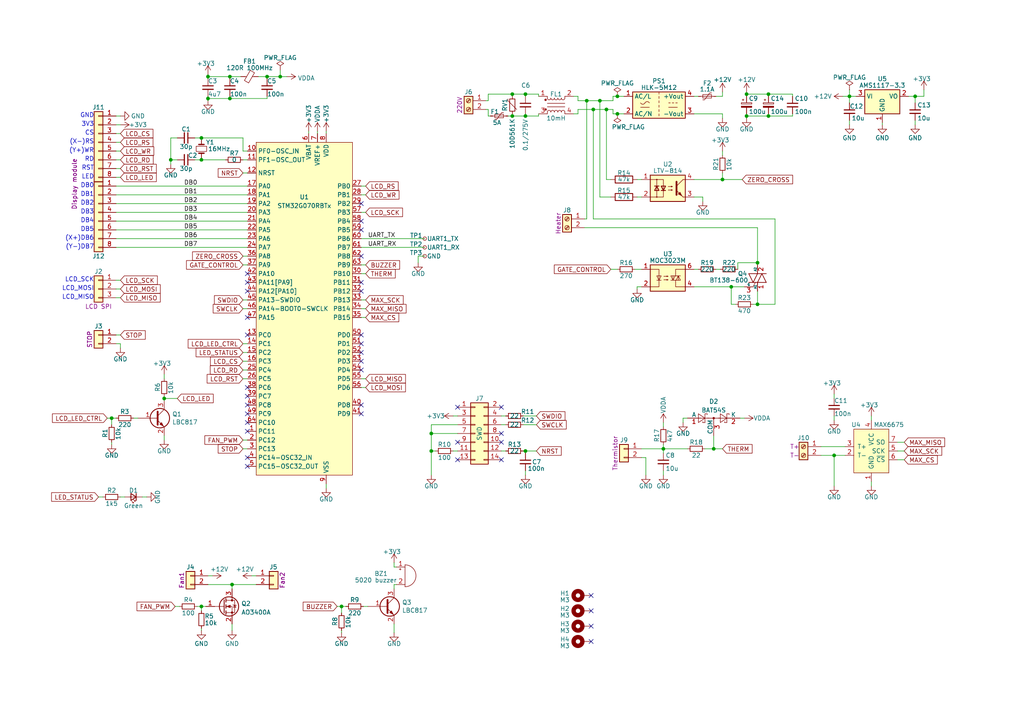
<source format=kicad_sch>
(kicad_sch (version 20230121) (generator eeschema)

  (uuid 70d5c94e-4b51-493e-80c5-98d2c2b0b85e)

  (paper "A4")

  

  (junction (at 179.07 33.02) (diameter 0) (color 0 0 0 0)
    (uuid 10d1282e-eda3-45e9-a948-3e5c9e05abd3)
  )
  (junction (at 125.095 130.81) (diameter 0) (color 0 0 0 0)
    (uuid 178eba62-bb03-4037-9b55-9f471fd5a5bf)
  )
  (junction (at 49.53 46.355) (diameter 0) (color 0 0 0 0)
    (uuid 18a5a8c7-664c-4a54-ba94-aa4f683fee93)
  )
  (junction (at 265.43 27.94) (diameter 0) (color 0 0 0 0)
    (uuid 2674fe2f-e560-40cc-bad9-2801cb6ee12d)
  )
  (junction (at 246.38 27.94) (diameter 0) (color 0 0 0 0)
    (uuid 2813f6f8-790e-4537-9314-18df1ad26b23)
  )
  (junction (at 192.405 130.175) (diameter 0) (color 0 0 0 0)
    (uuid 2a524186-8a30-4949-8c8b-de559e75c8fd)
  )
  (junction (at 216.535 27.305) (diameter 0) (color 0 0 0 0)
    (uuid 2a943c7c-1ab2-40d8-bb61-3e21e93c3d07)
  )
  (junction (at 81.28 22.225) (diameter 0) (color 0 0 0 0)
    (uuid 32f9f031-3a7d-436b-a697-64db254e9f48)
  )
  (junction (at 32.385 121.285) (diameter 0) (color 0 0 0 0)
    (uuid 3806f52e-f776-4ec5-a0b2-37172e8b24b3)
  )
  (junction (at 222.885 33.655) (diameter 0) (color 0 0 0 0)
    (uuid 40c04ffc-a7fe-49b4-8b8b-30a39b16fba0)
  )
  (junction (at 125.095 125.73) (diameter 0) (color 0 0 0 0)
    (uuid 4a66b485-3cc5-4737-bd32-71657bb2cb00)
  )
  (junction (at 241.935 132.08) (diameter 0) (color 0 0 0 0)
    (uuid 4b0034b3-1b35-4be3-9120-e386c0163984)
  )
  (junction (at 77.47 22.225) (diameter 0) (color 0 0 0 0)
    (uuid 5375496c-16d3-4105-a1bd-44d0c66b47f7)
  )
  (junction (at 148.59 27.305) (diameter 0) (color 0 0 0 0)
    (uuid 5d8b740b-10bb-4bd2-aef0-89f5e4f46082)
  )
  (junction (at 175.895 31.75) (diameter 0) (color 0 0 0 0)
    (uuid 66ba1dbe-d797-4e4a-a4a0-cf74c21e2e86)
  )
  (junction (at 219.71 88.265) (diameter 0) (color 0 0 0 0)
    (uuid 67217886-8bbe-450c-bb8f-4a9c1c7eb7fe)
  )
  (junction (at 207.01 130.175) (diameter 0) (color 0 0 0 0)
    (uuid 6fa7d3c8-48cf-4d15-9fd3-43ed9300ac40)
  )
  (junction (at 209.55 52.07) (diameter 0) (color 0 0 0 0)
    (uuid 7402d442-a518-4f43-b83e-0e510efb64dd)
  )
  (junction (at 58.42 46.355) (diameter 0) (color 0 0 0 0)
    (uuid 75629cf6-1307-4c7e-ad40-dcb91ba16500)
  )
  (junction (at 152.4 27.305) (diameter 0) (color 0 0 0 0)
    (uuid 7669ec0a-426d-431a-ab1e-41c7e1ba9adf)
  )
  (junction (at 222.885 27.305) (diameter 0) (color 0 0 0 0)
    (uuid 782563e4-2235-4eeb-86ea-8e044add4ce9)
  )
  (junction (at 216.535 33.655) (diameter 0) (color 0 0 0 0)
    (uuid 85ca8925-6218-41d4-93ba-da83f606f910)
  )
  (junction (at 60.325 22.225) (diameter 0) (color 0 0 0 0)
    (uuid 87a032de-a869-49e6-b7e9-ffa0f10e2125)
  )
  (junction (at 148.59 33.655) (diameter 0) (color 0 0 0 0)
    (uuid 88673e66-d0d6-4a78-95f3-366baed8a65e)
  )
  (junction (at 152.4 130.81) (diameter 0) (color 0 0 0 0)
    (uuid 92d302e0-db9a-4c4f-9f2c-34a8139517e5)
  )
  (junction (at 66.675 28.575) (diameter 0) (color 0 0 0 0)
    (uuid 955d7b53-c4b6-4346-ab04-2bac98fc9271)
  )
  (junction (at 212.09 83.185) (diameter 0) (color 0 0 0 0)
    (uuid 9820d6a2-96c1-4222-a96f-190be4642f26)
  )
  (junction (at 173.99 29.21) (diameter 0) (color 0 0 0 0)
    (uuid 98a1eea8-44a8-4a47-a427-e6cc41ebeafa)
  )
  (junction (at 99.06 175.895) (diameter 0) (color 0 0 0 0)
    (uuid a7262465-6d9e-473a-bae3-ccbd4c7c4efa)
  )
  (junction (at 152.4 33.655) (diameter 0) (color 0 0 0 0)
    (uuid ae865a34-f421-4602-8c0e-fa7d06aa340e)
  )
  (junction (at 66.675 22.225) (diameter 0) (color 0 0 0 0)
    (uuid b1074374-f8c2-4c2d-9e63-777bc2947e26)
  )
  (junction (at 58.42 175.895) (diameter 0) (color 0 0 0 0)
    (uuid c0f903a9-00d7-4fad-ae1f-a8d69388ada8)
  )
  (junction (at 179.07 27.94) (diameter 0) (color 0 0 0 0)
    (uuid c773af5b-01b9-41bd-9805-08e47da79272)
  )
  (junction (at 60.325 28.575) (diameter 0) (color 0 0 0 0)
    (uuid d3db1909-0dcc-44b7-b5eb-6b4eeb1acfa4)
  )
  (junction (at 58.42 40.005) (diameter 0) (color 0 0 0 0)
    (uuid e21e7e25-a7e8-4cb4-8e43-6e8f2e737d61)
  )
  (junction (at 47.625 115.57) (diameter 0) (color 0 0 0 0)
    (uuid e2b0dcc3-8ec2-4312-9923-d633e2ecacb5)
  )
  (junction (at 67.31 169.545) (diameter 0) (color 0 0 0 0)
    (uuid e9b73433-5613-4340-80df-b7e982d63d63)
  )
  (junction (at 170.18 29.21) (diameter 0) (color 0 0 0 0)
    (uuid ed1345f8-1504-476c-bd93-b4c4b495a553)
  )
  (junction (at 172.085 31.75) (diameter 0) (color 0 0 0 0)
    (uuid f692e449-0c47-47be-9ec5-c7f7c41077a4)
  )
  (junction (at 219.71 76.2) (diameter 0) (color 0 0 0 0)
    (uuid f896ae27-bcdf-4350-ad6f-7b06190d5c77)
  )

  (no_connect (at 71.755 114.935) (uuid 02a0e8ca-1285-40f1-830a-fd6772d26e9e))
  (no_connect (at 104.775 107.315) (uuid 120c25cd-b48f-4118-8a11-8d340ac5b9ec))
  (no_connect (at 71.755 125.095) (uuid 13c8acdf-a53f-4840-8513-f27fcda50062))
  (no_connect (at 71.755 84.455) (uuid 231fb950-1955-44dc-88c0-205679e6be90))
  (no_connect (at 132.715 128.27) (uuid 29ccae83-b57f-48a8-abd1-e3ee2ed14c2b))
  (no_connect (at 145.415 133.35) (uuid 398b3637-6d4b-4338-b931-145a208eb5ac))
  (no_connect (at 104.775 84.455) (uuid 3cbaa695-625d-43c5-9799-d8a064245347))
  (no_connect (at 171.45 177.165) (uuid 514cacb4-7411-424c-b9f3-e6dce3a9413a))
  (no_connect (at 171.45 186.055) (uuid 5279da25-5ac0-45ee-98b4-3ad987aa4e26))
  (no_connect (at 71.755 135.255) (uuid 58ddb0a5-68f2-4c92-bd26-a913a9056cbc))
  (no_connect (at 104.775 81.915) (uuid 5c494ac1-1540-4c8e-8831-34bbb571c120))
  (no_connect (at 104.775 120.015) (uuid 622eb112-b737-4b9c-92c8-3ba3a6c8215b))
  (no_connect (at 104.775 102.235) (uuid 62dee897-2e05-4958-b89e-91d5a11634bb))
  (no_connect (at 145.415 128.27) (uuid 6b8ee2cc-cd08-4e8d-9045-6b62ac3ba79f))
  (no_connect (at 71.755 81.915) (uuid 729964a8-5452-4e86-9f32-e1f2d6aae048))
  (no_connect (at 71.755 97.155) (uuid 7c2f64c1-84c7-447a-bf07-5e2cfb5a8ead))
  (no_connect (at 71.755 120.015) (uuid 7f5c9fab-9fd4-44ad-abcf-7d891e2d2080))
  (no_connect (at 104.775 97.155) (uuid 803d3936-1234-48b3-b783-725ed3d1872b))
  (no_connect (at 145.415 118.11) (uuid 8744691b-6641-436e-9f46-a8d48ce27583))
  (no_connect (at 104.775 99.695) (uuid 89f2040c-1b88-4ada-b27f-7fe5ff355b3c))
  (no_connect (at 71.755 92.075) (uuid 93010cf3-63f8-4b68-9d6c-045dbc2f694e))
  (no_connect (at 171.45 181.61) (uuid a63ed4fa-e46d-4c84-94ef-495f0de7d81c))
  (no_connect (at 71.755 132.715) (uuid bb6588e9-a9ff-473e-a628-11e627baf898))
  (no_connect (at 71.755 79.375) (uuid bb7c6493-2b1d-481a-8549-a2bf084febff))
  (no_connect (at 104.775 104.775) (uuid c0abdffa-7a3e-4939-9f6c-a2662f359cd8))
  (no_connect (at 132.715 133.35) (uuid c4265f23-a72b-4efe-9397-f668a170c441))
  (no_connect (at 171.45 172.72) (uuid c58eaf70-18ef-49eb-9ee0-db1bd59c8b94))
  (no_connect (at 104.775 117.475) (uuid c6df1aad-79b6-4b02-b9c4-8c9e977ce511))
  (no_connect (at 71.755 117.475) (uuid cffaf50c-0cf6-4e1e-9920-d70b70154d57))
  (no_connect (at 104.775 66.675) (uuid d63d23db-05cd-4b6f-99af-9abae33759ed))
  (no_connect (at 104.775 74.295) (uuid d63d23db-05cd-4b6f-99af-9abae33759ee))
  (no_connect (at 104.775 64.135) (uuid d63d23db-05cd-4b6f-99af-9abae33759ef))
  (no_connect (at 132.715 118.11) (uuid d66678ba-b776-40e5-b647-81b29a23c0cf))
  (no_connect (at 71.755 112.395) (uuid ecf2293c-0457-4b5d-91a1-8249fea43123))
  (no_connect (at 71.755 122.555) (uuid f0b9537d-50f2-4a4e-8743-f58c7a0b499e))
  (no_connect (at 145.415 125.73) (uuid f3f3afbf-cdc2-4821-bd58-e917acce0b45))
  (no_connect (at 104.775 59.055) (uuid f73c516f-b57a-4220-9960-8cb4dba9027c))

  (wire (pts (xy 219.71 88.265) (xy 219.71 84.455))
    (stroke (width 0) (type default))
    (uuid 0021461e-29f3-423e-9587-5901802d71b2)
  )
  (wire (pts (xy 167.64 29.21) (xy 170.18 29.21))
    (stroke (width 0) (type default))
    (uuid 007ce7f0-c2c3-4aaa-82bb-fdf3c8562e05)
  )
  (wire (pts (xy 58.42 175.895) (xy 59.69 175.895))
    (stroke (width 0) (type default))
    (uuid 00ab1310-3a4b-4ee9-8d79-777dcf16f212)
  )
  (wire (pts (xy 71.755 86.995) (xy 70.485 86.995))
    (stroke (width 0) (type default))
    (uuid 0144d383-eac1-4f04-b205-b70cb20a560d)
  )
  (wire (pts (xy 33.655 56.515) (xy 71.755 56.515))
    (stroke (width 0) (type default))
    (uuid 01c58a7e-d6b5-40d0-bda4-8ccd186d7beb)
  )
  (wire (pts (xy 201.295 33.02) (xy 209.55 33.02))
    (stroke (width 0) (type default))
    (uuid 022babd2-5db8-4723-9f7d-bcb28a887d46)
  )
  (wire (pts (xy 51.435 40.005) (xy 49.53 40.005))
    (stroke (width 0) (type default))
    (uuid 03d6590e-4c39-45de-88db-ceaf49cd88fc)
  )
  (wire (pts (xy 169.545 63.5) (xy 170.18 63.5))
    (stroke (width 0) (type default))
    (uuid 0573d05d-d8de-470a-a9c2-1610483fd700)
  )
  (wire (pts (xy 104.775 69.215) (xy 123.19 69.215))
    (stroke (width 0) (type default))
    (uuid 066e8e26-4711-4f62-9f42-df6e54e78b18)
  )
  (wire (pts (xy 70.485 43.815) (xy 71.755 43.815))
    (stroke (width 0) (type default))
    (uuid 073ed338-2da0-4d4d-b98b-17c345cd2540)
  )
  (wire (pts (xy 216.535 33.655) (xy 216.535 33.02))
    (stroke (width 0) (type default))
    (uuid 0aac980a-4e18-4f80-9bc9-0aef6e9345e6)
  )
  (wire (pts (xy 60.325 22.225) (xy 60.325 22.86))
    (stroke (width 0) (type default))
    (uuid 0ac91038-65c9-45fa-a371-6b1c8ee2fd8d)
  )
  (wire (pts (xy 177.8 31.75) (xy 177.8 33.02))
    (stroke (width 0) (type default))
    (uuid 0b4f6b92-2b02-4121-925d-528fb47994ff)
  )
  (wire (pts (xy 121.285 74.295) (xy 121.285 76.2))
    (stroke (width 0) (type default))
    (uuid 0da35be7-ed3b-4496-9bd7-6746ce122503)
  )
  (wire (pts (xy 192.405 130.175) (xy 199.39 130.175))
    (stroke (width 0) (type default))
    (uuid 0dfa5151-f145-4af5-a82a-3762f0478d22)
  )
  (wire (pts (xy 67.31 180.975) (xy 67.31 182.88))
    (stroke (width 0) (type default))
    (uuid 0e7d0507-1a25-47db-b391-eebe906ef052)
  )
  (wire (pts (xy 201.295 78.105) (xy 202.565 78.105))
    (stroke (width 0) (type default))
    (uuid 0ed25811-49a6-4f41-a7b9-8fd7e354f294)
  )
  (wire (pts (xy 106.045 61.595) (xy 104.775 61.595))
    (stroke (width 0) (type default))
    (uuid 12d6ccd4-0ece-4fd3-b388-f80fe4a9f526)
  )
  (wire (pts (xy 260.35 128.27) (xy 262.255 128.27))
    (stroke (width 0) (type default))
    (uuid 146cb325-707a-497b-a051-8670d8e32009)
  )
  (wire (pts (xy 224.79 88.265) (xy 224.79 63.5))
    (stroke (width 0) (type default))
    (uuid 14e94641-5b7e-45fa-aa63-d7f60ae2f28e)
  )
  (wire (pts (xy 219.71 76.2) (xy 219.71 76.835))
    (stroke (width 0) (type default))
    (uuid 15ac11b4-6f83-4265-8708-9a1c8046cc27)
  )
  (wire (pts (xy 219.71 66.04) (xy 219.71 76.2))
    (stroke (width 0) (type default))
    (uuid 17346005-ee7a-448a-98ca-695574ed6db0)
  )
  (wire (pts (xy 58.42 46.355) (xy 65.405 46.355))
    (stroke (width 0) (type default))
    (uuid 17908aa3-3d4d-4772-9eac-9638d5436758)
  )
  (wire (pts (xy 172.085 31.75) (xy 175.895 31.75))
    (stroke (width 0) (type default))
    (uuid 1a055c2b-8eb2-4e43-b2e2-865a7dba1b47)
  )
  (wire (pts (xy 267.97 27.94) (xy 265.43 27.94))
    (stroke (width 0) (type default))
    (uuid 1a386317-bdf0-4bfe-ada3-a80fd004c070)
  )
  (wire (pts (xy 125.095 125.73) (xy 125.095 130.81))
    (stroke (width 0) (type default))
    (uuid 1af33c80-2561-4b1e-b204-f83de0f09f67)
  )
  (wire (pts (xy 33.655 41.275) (xy 34.925 41.275))
    (stroke (width 0) (type default))
    (uuid 1cd9e01c-20f6-4a19-a03b-9c286a691e93)
  )
  (wire (pts (xy 246.38 26.035) (xy 246.38 27.94))
    (stroke (width 0) (type default))
    (uuid 1cf0ee07-09b4-4188-acb1-826fb352eda1)
  )
  (wire (pts (xy 241.935 120.65) (xy 241.935 121.92))
    (stroke (width 0) (type default))
    (uuid 1d773b12-42af-472a-b205-8d8884bf8bf5)
  )
  (wire (pts (xy 241.935 114.3) (xy 241.935 115.57))
    (stroke (width 0) (type default))
    (uuid 1dcb7028-30dc-4be3-9d1c-b06404d833e8)
  )
  (wire (pts (xy 222.885 27.305) (xy 229.87 27.305))
    (stroke (width 0) (type default))
    (uuid 1e51ff7a-adf8-4347-9ad0-80b38225e404)
  )
  (wire (pts (xy 186.055 83.185) (xy 184.785 83.185))
    (stroke (width 0) (type default))
    (uuid 1e611147-23a0-46d4-bc28-c8e2431653bc)
  )
  (wire (pts (xy 145.415 120.65) (xy 146.685 120.65))
    (stroke (width 0) (type default))
    (uuid 1f7ff77e-d427-4fb7-b5a8-84efa7a2c4ce)
  )
  (wire (pts (xy 33.655 86.36) (xy 34.925 86.36))
    (stroke (width 0) (type default))
    (uuid 1fcf8551-87f7-4810-9cef-24f2e85198c9)
  )
  (wire (pts (xy 145.415 130.81) (xy 146.685 130.81))
    (stroke (width 0) (type default))
    (uuid 2119aee8-1a12-4149-9899-d7d5887b62e7)
  )
  (wire (pts (xy 33.655 69.215) (xy 71.755 69.215))
    (stroke (width 0) (type default))
    (uuid 229ea638-20c6-4b22-9c8e-9a21c25f3c04)
  )
  (wire (pts (xy 33.655 48.895) (xy 34.925 48.895))
    (stroke (width 0) (type default))
    (uuid 231e9158-cad2-4d0a-9a44-7e94496c6105)
  )
  (wire (pts (xy 60.325 21.59) (xy 60.325 22.225))
    (stroke (width 0) (type default))
    (uuid 2427064f-e22e-426c-86ce-bac1c0f4a05c)
  )
  (wire (pts (xy 77.47 28.575) (xy 66.675 28.575))
    (stroke (width 0) (type default))
    (uuid 252ba6a7-e71e-4a0f-a62a-bb1dfd96477a)
  )
  (wire (pts (xy 216.535 33.655) (xy 222.885 33.655))
    (stroke (width 0) (type default))
    (uuid 26be7da3-3add-4daf-b009-21aa81320c47)
  )
  (wire (pts (xy 73.025 167.005) (xy 74.295 167.005))
    (stroke (width 0) (type default))
    (uuid 284a0d2b-52e7-47d2-a9f8-25e4857b1108)
  )
  (wire (pts (xy 114.3 163.195) (xy 114.3 164.465))
    (stroke (width 0) (type default))
    (uuid 298d4d5f-e2a3-4d61-a537-807b78ffd3a6)
  )
  (wire (pts (xy 104.775 79.375) (xy 106.045 79.375))
    (stroke (width 0) (type default))
    (uuid 2b2987f5-ce94-4e64-b0d0-4b4a038748d4)
  )
  (wire (pts (xy 184.785 57.15) (xy 186.055 57.15))
    (stroke (width 0) (type default))
    (uuid 2b54976f-acfa-4453-91b9-5be6fb009020)
  )
  (wire (pts (xy 260.35 130.81) (xy 262.255 130.81))
    (stroke (width 0) (type default))
    (uuid 2c7cf1f3-1c7a-4fdc-abae-1ff2b4a13bf0)
  )
  (wire (pts (xy 222.885 33.655) (xy 229.87 33.655))
    (stroke (width 0) (type default))
    (uuid 2dc300fa-5ca4-4a2a-a9ab-42e3a011bc4d)
  )
  (wire (pts (xy 114.3 170.815) (xy 114.3 169.545))
    (stroke (width 0) (type default))
    (uuid 2e2ff7e0-e2d0-466c-8128-1fd106af9edb)
  )
  (wire (pts (xy 33.655 46.355) (xy 34.925 46.355))
    (stroke (width 0) (type default))
    (uuid 2f2a549e-bb0e-47a8-ab2e-14d62e38d710)
  )
  (wire (pts (xy 58.42 40.64) (xy 58.42 40.005))
    (stroke (width 0) (type default))
    (uuid 2f7478d0-9cff-402b-8554-c7a0b329b89a)
  )
  (wire (pts (xy 198.12 122.555) (xy 198.12 121.285))
    (stroke (width 0) (type default))
    (uuid 312e8498-08e2-4ed6-bff3-351c87d1d82d)
  )
  (wire (pts (xy 184.15 78.105) (xy 186.055 78.105))
    (stroke (width 0) (type default))
    (uuid 328ea336-6d64-44fe-a15f-5d6c55b12ff5)
  )
  (wire (pts (xy 216.535 27.305) (xy 216.535 26.67))
    (stroke (width 0) (type default))
    (uuid 32c83969-feb6-45ec-b6b8-e008c73cd0c6)
  )
  (wire (pts (xy 152.4 131.445) (xy 152.4 130.81))
    (stroke (width 0) (type default))
    (uuid 340bd1ac-de65-4ae6-901d-42870f8619a6)
  )
  (wire (pts (xy 33.655 53.975) (xy 71.755 53.975))
    (stroke (width 0) (type default))
    (uuid 3542be4e-b4ee-45a1-9d63-f53e37486c50)
  )
  (wire (pts (xy 125.095 130.81) (xy 126.365 130.81))
    (stroke (width 0) (type default))
    (uuid 364c1969-f137-4838-90c1-928bd9479741)
  )
  (wire (pts (xy 56.515 46.355) (xy 58.42 46.355))
    (stroke (width 0) (type default))
    (uuid 3752a0c4-1dcb-49d4-a2e5-80549881d80e)
  )
  (wire (pts (xy 187.325 132.715) (xy 186.055 132.715))
    (stroke (width 0) (type default))
    (uuid 3bdc0e83-6cc4-46b1-b021-984a1e7cffe1)
  )
  (wire (pts (xy 81.28 22.225) (xy 77.47 22.225))
    (stroke (width 0) (type default))
    (uuid 3cd7d5c3-9d51-4310-bc8d-6d3dd49a26cb)
  )
  (wire (pts (xy 114.3 164.465) (xy 114.935 164.465))
    (stroke (width 0) (type default))
    (uuid 3e24501e-5c37-4797-b79d-2a21bbc58639)
  )
  (wire (pts (xy 70.485 127.635) (xy 71.755 127.635))
    (stroke (width 0) (type default))
    (uuid 3e438bf2-5d45-4fe2-893d-8d01133768aa)
  )
  (wire (pts (xy 94.615 38.735) (xy 94.615 38.1))
    (stroke (width 0) (type default))
    (uuid 41254fb2-5180-46c8-85b6-c57dbbb63d57)
  )
  (wire (pts (xy 213.36 88.265) (xy 212.09 88.265))
    (stroke (width 0) (type default))
    (uuid 413ad3e7-dc04-4a32-acc3-cccdeed34133)
  )
  (wire (pts (xy 33.655 64.135) (xy 71.755 64.135))
    (stroke (width 0) (type default))
    (uuid 44a25521-3a36-43dc-86e3-dee410723620)
  )
  (wire (pts (xy 132.715 120.65) (xy 131.445 120.65))
    (stroke (width 0) (type default))
    (uuid 44fd9920-f365-4de2-a0ed-67ea47900838)
  )
  (wire (pts (xy 32.385 121.285) (xy 32.385 123.19))
    (stroke (width 0) (type default))
    (uuid 459c61eb-9f32-4788-97e9-e10295993852)
  )
  (wire (pts (xy 50.8 175.895) (xy 52.07 175.895))
    (stroke (width 0) (type default))
    (uuid 485db09e-08b8-4ebf-8505-c093f7bcc081)
  )
  (wire (pts (xy 267.97 26.035) (xy 267.97 27.94))
    (stroke (width 0) (type default))
    (uuid 4c33aebc-da00-4a30-aa22-90bebf81a76f)
  )
  (wire (pts (xy 184.785 52.07) (xy 186.055 52.07))
    (stroke (width 0) (type default))
    (uuid 4c437070-8a96-4794-8415-41de164051c8)
  )
  (wire (pts (xy 260.35 133.35) (xy 262.255 133.35))
    (stroke (width 0) (type default))
    (uuid 4ce33d32-0190-468e-9609-9d0da1c506d1)
  )
  (wire (pts (xy 241.935 140.97) (xy 241.935 132.08))
    (stroke (width 0) (type default))
    (uuid 4e5691f8-785f-45e7-b4f7-8fef0e7a06be)
  )
  (wire (pts (xy 106.68 175.895) (xy 105.41 175.895))
    (stroke (width 0) (type default))
    (uuid 4f55e4bd-bb3b-4ee3-9afc-f86399ee41f4)
  )
  (wire (pts (xy 33.655 43.815) (xy 34.925 43.815))
    (stroke (width 0) (type default))
    (uuid 5010040e-1fa2-478d-ad5c-c5a5ed31e76a)
  )
  (wire (pts (xy 34.925 99.695) (xy 33.655 99.695))
    (stroke (width 0) (type default))
    (uuid 50956549-6d1d-497b-9d30-82d9190ecd95)
  )
  (wire (pts (xy 265.43 36.195) (xy 265.43 34.925))
    (stroke (width 0) (type default))
    (uuid 5160db40-f61a-48bf-88b4-bb5ac60e8c5c)
  )
  (wire (pts (xy 99.06 175.895) (xy 99.06 177.8))
    (stroke (width 0) (type default))
    (uuid 51748198-6651-4d5f-91c6-5c932877469e)
  )
  (wire (pts (xy 244.475 27.94) (xy 246.38 27.94))
    (stroke (width 0) (type default))
    (uuid 51fa0dae-5c5d-43be-a032-d5e704105e36)
  )
  (wire (pts (xy 99.06 175.895) (xy 97.79 175.895))
    (stroke (width 0) (type default))
    (uuid 52cc17ab-1c7d-46ef-bd12-7cdc557dea44)
  )
  (wire (pts (xy 179.07 33.02) (xy 180.975 33.02))
    (stroke (width 0) (type default))
    (uuid 53db0dc0-dfcf-4bc3-86dc-ffaf3adceda5)
  )
  (wire (pts (xy 70.485 50.165) (xy 71.755 50.165))
    (stroke (width 0) (type default))
    (uuid 54c86742-77c6-4e83-b5ac-c3d2c7e1ffbf)
  )
  (wire (pts (xy 33.655 59.055) (xy 71.755 59.055))
    (stroke (width 0) (type default))
    (uuid 553624ab-59cc-4b73-ba66-e480e762af82)
  )
  (wire (pts (xy 209.55 33.02) (xy 209.55 34.29))
    (stroke (width 0) (type default))
    (uuid 5562c925-f045-40b8-92d6-6b7d2804d02e)
  )
  (wire (pts (xy 33.655 38.735) (xy 34.925 38.735))
    (stroke (width 0) (type default))
    (uuid 5979264b-6afe-4e22-96c5-3f71a986ef24)
  )
  (wire (pts (xy 99.06 182.88) (xy 99.06 183.515))
    (stroke (width 0) (type default))
    (uuid 5a6e0996-726c-4734-b732-4de754e0fd61)
  )
  (wire (pts (xy 219.71 88.265) (xy 224.79 88.265))
    (stroke (width 0) (type default))
    (uuid 5a9fc432-e44b-4e3c-9c3d-22a69730a0bd)
  )
  (wire (pts (xy 47.625 114.935) (xy 47.625 115.57))
    (stroke (width 0) (type default))
    (uuid 5d7c9844-6843-4bf4-8e02-546ebb64d2b1)
  )
  (wire (pts (xy 66.675 27.94) (xy 66.675 28.575))
    (stroke (width 0) (type default))
    (uuid 5dca9511-d8cd-4147-bd9f-31dd1bd1dd6d)
  )
  (wire (pts (xy 212.09 83.185) (xy 215.9 83.185))
    (stroke (width 0) (type default))
    (uuid 5ee0bac8-a1bf-47f5-851e-f3aa88aed95e)
  )
  (wire (pts (xy 145.415 123.19) (xy 146.685 123.19))
    (stroke (width 0) (type default))
    (uuid 5f0421c7-6eee-4199-9d9a-3d8bc1ed0d8d)
  )
  (wire (pts (xy 34.925 97.155) (xy 33.655 97.155))
    (stroke (width 0) (type default))
    (uuid 5f532fb3-61a0-4311-84e3-980da4cac791)
  )
  (wire (pts (xy 131.445 130.81) (xy 132.715 130.81))
    (stroke (width 0) (type default))
    (uuid 5f54bcb8-0a80-47c7-a329-d6dcc9d5f1fd)
  )
  (wire (pts (xy 104.775 56.515) (xy 106.045 56.515))
    (stroke (width 0) (type default))
    (uuid 5ffe049d-d6ca-4d4b-9828-4de9d6b65180)
  )
  (wire (pts (xy 187.325 137.795) (xy 187.325 132.715))
    (stroke (width 0) (type default))
    (uuid 604bd3df-937d-4be0-9c3f-52ae19fce0ab)
  )
  (wire (pts (xy 213.995 78.105) (xy 213.995 76.2))
    (stroke (width 0) (type default))
    (uuid 609e9a3c-4516-495e-9fd2-c9a2d058a806)
  )
  (wire (pts (xy 49.53 46.355) (xy 49.53 47.625))
    (stroke (width 0) (type default))
    (uuid 63a9b380-5a3c-44f9-8357-42fca1d949d7)
  )
  (wire (pts (xy 148.59 27.305) (xy 148.59 27.94))
    (stroke (width 0) (type default))
    (uuid 6427b149-8335-42f9-beab-08f2b86f5d01)
  )
  (wire (pts (xy 167.64 31.75) (xy 172.085 31.75))
    (stroke (width 0) (type default))
    (uuid 651f9eb4-002d-4a2c-aa75-227371ea604a)
  )
  (wire (pts (xy 34.925 144.145) (xy 36.195 144.145))
    (stroke (width 0) (type default))
    (uuid 661a5444-c2d9-4db8-959d-373e0df196f7)
  )
  (wire (pts (xy 125.095 130.81) (xy 125.095 137.795))
    (stroke (width 0) (type default))
    (uuid 66c44345-8bca-45e9-b3f5-ca66e11b59b3)
  )
  (wire (pts (xy 209.55 43.815) (xy 209.55 45.085))
    (stroke (width 0) (type default))
    (uuid 69ae94e7-48ef-4f42-8265-cacf71aebd13)
  )
  (wire (pts (xy 152.4 27.305) (xy 152.4 27.94))
    (stroke (width 0) (type default))
    (uuid 6a1441f2-4627-4d36-b4cf-a5aeac796080)
  )
  (wire (pts (xy 186.055 130.175) (xy 192.405 130.175))
    (stroke (width 0) (type default))
    (uuid 6a50f686-04a8-43bf-8595-9ee16fa9220b)
  )
  (wire (pts (xy 125.095 123.19) (xy 125.095 125.73))
    (stroke (width 0) (type default))
    (uuid 6b1ccedd-d6e8-4ff3-b0a9-a40316cd89d5)
  )
  (wire (pts (xy 47.625 115.57) (xy 51.435 115.57))
    (stroke (width 0) (type default))
    (uuid 6c52db09-1cb8-4628-b97d-cd400f82756a)
  )
  (wire (pts (xy 216.535 27.305) (xy 222.885 27.305))
    (stroke (width 0) (type default))
    (uuid 6ca4801d-06e0-479b-9dd7-7f378b83911c)
  )
  (wire (pts (xy 177.165 78.105) (xy 179.07 78.105))
    (stroke (width 0) (type default))
    (uuid 6cec7a00-1c0a-4b85-ba0d-b68674bbf602)
  )
  (wire (pts (xy 104.775 86.995) (xy 106.045 86.995))
    (stroke (width 0) (type default))
    (uuid 6e247e44-f717-4a85-8038-5e0ee1c1b729)
  )
  (wire (pts (xy 60.325 27.94) (xy 60.325 28.575))
    (stroke (width 0) (type default))
    (uuid 6eabda4d-213f-4d12-bb0f-841999959543)
  )
  (wire (pts (xy 177.165 52.07) (xy 175.895 52.07))
    (stroke (width 0) (type default))
    (uuid 6ebd19aa-16b0-4a2f-b643-07e07cf69388)
  )
  (wire (pts (xy 74.295 169.545) (xy 67.31 169.545))
    (stroke (width 0) (type default))
    (uuid 7012ddf8-ad0b-4f65-8ed8-2bb9cfc77198)
  )
  (wire (pts (xy 34.925 100.965) (xy 34.925 99.695))
    (stroke (width 0) (type default))
    (uuid 716a1d72-a69c-4b20-af6a-6f6a6d12d249)
  )
  (wire (pts (xy 66.675 28.575) (xy 60.325 28.575))
    (stroke (width 0) (type default))
    (uuid 72b4f67e-72f2-4c23-86d4-e502e953015e)
  )
  (wire (pts (xy 252.73 121.92) (xy 252.73 120.65))
    (stroke (width 0) (type default))
    (uuid 7360f44e-c228-43ab-b4c0-fe6c5d0838f3)
  )
  (wire (pts (xy 167.64 29.21) (xy 167.64 27.94))
    (stroke (width 0) (type default))
    (uuid 74362be6-c139-4054-8806-c3e14c558bd1)
  )
  (wire (pts (xy 60.325 28.575) (xy 60.325 29.21))
    (stroke (width 0) (type default))
    (uuid 75d5fb48-948d-4648-887f-a9c863b86061)
  )
  (wire (pts (xy 141.605 29.21) (xy 141.605 27.305))
    (stroke (width 0) (type default))
    (uuid 791bdc83-6e52-492f-879a-979353ad853f)
  )
  (wire (pts (xy 177.8 29.21) (xy 177.8 27.94))
    (stroke (width 0) (type default))
    (uuid 795b2203-8956-48d7-9017-c5a4422098f1)
  )
  (wire (pts (xy 207.645 27.94) (xy 209.55 27.94))
    (stroke (width 0) (type default))
    (uuid 79a209df-6e02-4e05-917f-9293986be211)
  )
  (wire (pts (xy 175.895 52.07) (xy 175.895 31.75))
    (stroke (width 0) (type default))
    (uuid 7a83ac6a-0e04-4867-b6b9-8c951c04c790)
  )
  (wire (pts (xy 170.18 29.21) (xy 173.99 29.21))
    (stroke (width 0) (type default))
    (uuid 7b9fccac-2787-4a54-9d97-ab97d9d155fc)
  )
  (wire (pts (xy 246.38 27.94) (xy 248.285 27.94))
    (stroke (width 0) (type default))
    (uuid 7d129dde-9d30-47aa-8c96-5f5e72207dca)
  )
  (wire (pts (xy 209.55 27.94) (xy 209.55 26.67))
    (stroke (width 0) (type default))
    (uuid 7d282ae5-1107-4ab8-b31c-9a5b067057b1)
  )
  (wire (pts (xy 148.59 33.02) (xy 148.59 33.655))
    (stroke (width 0) (type default))
    (uuid 7e8fe8c9-816b-448d-aaca-07e727be6194)
  )
  (wire (pts (xy 67.31 169.545) (xy 67.31 170.815))
    (stroke (width 0) (type default))
    (uuid 7f38848b-7fcc-4fc9-b355-8ae03f5e757d)
  )
  (wire (pts (xy 213.995 76.2) (xy 219.71 76.2))
    (stroke (width 0) (type default))
    (uuid 7f555394-fab9-4ec3-827c-6b0193f49577)
  )
  (wire (pts (xy 70.485 74.295) (xy 71.755 74.295))
    (stroke (width 0) (type default))
    (uuid 80af133c-7ab7-481d-a2c4-c345acbfb701)
  )
  (wire (pts (xy 40.005 121.285) (xy 38.735 121.285))
    (stroke (width 0) (type default))
    (uuid 8198cc5e-8f72-441b-a2e1-92ca5661103e)
  )
  (wire (pts (xy 212.09 88.265) (xy 212.09 83.185))
    (stroke (width 0) (type default))
    (uuid 82ff02ef-bf7f-44c2-b2f3-c3661287c2f8)
  )
  (wire (pts (xy 47.625 108.585) (xy 47.625 109.855))
    (stroke (width 0) (type default))
    (uuid 8393e6a9-e1fc-4aea-ba01-3e83eb081d0d)
  )
  (wire (pts (xy 33.655 61.595) (xy 71.755 61.595))
    (stroke (width 0) (type default))
    (uuid 8609d100-e28f-4018-a4b8-74fd2501266e)
  )
  (wire (pts (xy 255.905 35.56) (xy 255.905 36.195))
    (stroke (width 0) (type default))
    (uuid 867fd820-861f-410c-bbe1-5263bbc3abb7)
  )
  (wire (pts (xy 70.485 107.315) (xy 71.755 107.315))
    (stroke (width 0) (type default))
    (uuid 87d28045-2257-47b9-a776-bf8e55ef8fd9)
  )
  (wire (pts (xy 33.655 121.285) (xy 32.385 121.285))
    (stroke (width 0) (type default))
    (uuid 87efc790-8644-489c-9b71-13ce7d7005eb)
  )
  (wire (pts (xy 229.87 33.655) (xy 229.87 33.02))
    (stroke (width 0) (type default))
    (uuid 888479f6-cea3-4ff3-be20-e81a6b25142c)
  )
  (wire (pts (xy 169.545 66.04) (xy 219.71 66.04))
    (stroke (width 0) (type default))
    (uuid 8903591f-4a92-454b-a922-4c68da60fd28)
  )
  (wire (pts (xy 167.64 31.75) (xy 167.64 33.02))
    (stroke (width 0) (type default))
    (uuid 8bed222f-37ff-4df9-851f-bb33fbd28ded)
  )
  (wire (pts (xy 66.675 22.225) (xy 60.325 22.225))
    (stroke (width 0) (type default))
    (uuid 8c3d788d-64a1-4554-9485-f491a5d6e471)
  )
  (wire (pts (xy 148.59 27.305) (xy 152.4 27.305))
    (stroke (width 0) (type default))
    (uuid 8ca3a81c-7144-4a4e-afd1-0271fae8b173)
  )
  (wire (pts (xy 167.64 33.02) (xy 166.37 33.02))
    (stroke (width 0) (type default))
    (uuid 8cc5b1ad-9be6-4bd1-957b-d3025b273707)
  )
  (wire (pts (xy 229.87 27.305) (xy 229.87 27.94))
    (stroke (width 0) (type default))
    (uuid 8da772be-ea34-489f-850b-6ab6bf20816c)
  )
  (wire (pts (xy 89.535 38.735) (xy 89.535 38.1))
    (stroke (width 0) (type default))
    (uuid 8ff75145-f9e9-4eaf-83c7-20940f3590d8)
  )
  (wire (pts (xy 207.645 78.105) (xy 208.915 78.105))
    (stroke (width 0) (type default))
    (uuid 91f496bc-847e-4fd5-9d13-c0e00e3204b8)
  )
  (wire (pts (xy 192.405 122.555) (xy 192.405 123.825))
    (stroke (width 0) (type default))
    (uuid 928d07b3-a32b-49fc-8c12-1246b18ade13)
  )
  (wire (pts (xy 70.485 40.005) (xy 70.485 43.815))
    (stroke (width 0) (type default))
    (uuid 9475b2ff-b90b-4ded-ad75-554f02186aef)
  )
  (wire (pts (xy 209.55 52.07) (xy 209.55 50.165))
    (stroke (width 0) (type default))
    (uuid 9568bf06-a903-4bde-93ce-f23adc0565fa)
  )
  (wire (pts (xy 152.4 33.02) (xy 152.4 33.655))
    (stroke (width 0) (type default))
    (uuid 96857661-1aa9-4cde-a3f9-64424767014e)
  )
  (wire (pts (xy 265.43 29.845) (xy 265.43 27.94))
    (stroke (width 0) (type default))
    (uuid 996bc412-7bdb-4d0a-b241-0119b1119769)
  )
  (wire (pts (xy 33.655 81.28) (xy 34.925 81.28))
    (stroke (width 0) (type default))
    (uuid 9ba15ac0-88ab-4167-9a0b-4a6472b6e1b1)
  )
  (wire (pts (xy 173.99 57.15) (xy 173.99 29.21))
    (stroke (width 0) (type default))
    (uuid 9c7b93f5-493b-4a99-9f1c-c3df16350fa0)
  )
  (wire (pts (xy 92.075 38.1) (xy 92.075 38.735))
    (stroke (width 0) (type default))
    (uuid 9ca885ad-7ec7-414d-bbc3-f94767fbb0d4)
  )
  (wire (pts (xy 198.12 121.285) (xy 199.39 121.285))
    (stroke (width 0) (type default))
    (uuid 9f340e3a-770b-4395-b870-4c77f4b56570)
  )
  (wire (pts (xy 172.085 31.75) (xy 172.085 63.5))
    (stroke (width 0) (type default))
    (uuid 9f5729be-38ef-4b7b-ab33-c87c8571af48)
  )
  (wire (pts (xy 70.485 130.175) (xy 71.755 130.175))
    (stroke (width 0) (type default))
    (uuid a14cda0f-4041-4a46-8926-53187d1bb7cc)
  )
  (wire (pts (xy 207.01 130.175) (xy 209.55 130.175))
    (stroke (width 0) (type default))
    (uuid a17ad839-b14e-414c-8cbf-dee43df3c8af)
  )
  (wire (pts (xy 147.32 33.655) (xy 148.59 33.655))
    (stroke (width 0) (type default))
    (uuid a1bb54d7-2095-4eb9-ad09-8b4e621b3a38)
  )
  (wire (pts (xy 81.28 20.32) (xy 81.28 22.225))
    (stroke (width 0) (type default))
    (uuid a28ded2d-cffa-40db-8d92-f0009c3abe65)
  )
  (wire (pts (xy 104.775 92.075) (xy 106.045 92.075))
    (stroke (width 0) (type default))
    (uuid a31eb095-0911-4bde-b6af-7b92490b561d)
  )
  (wire (pts (xy 70.485 46.355) (xy 71.755 46.355))
    (stroke (width 0) (type default))
    (uuid a340f295-1ba1-4dd5-b6e0-2321a229d791)
  )
  (wire (pts (xy 141.605 31.75) (xy 140.97 31.75))
    (stroke (width 0) (type default))
    (uuid a3bb41c9-29cb-46dd-9a48-572e29a886b3)
  )
  (wire (pts (xy 152.4 27.305) (xy 156.21 27.305))
    (stroke (width 0) (type default))
    (uuid a3de59b7-6ef2-4aeb-bb0b-875b7c21e17a)
  )
  (wire (pts (xy 71.755 89.535) (xy 70.485 89.535))
    (stroke (width 0) (type default))
    (uuid a5a27001-3f1e-4e4c-8493-6fe9df76f3a4)
  )
  (wire (pts (xy 33.655 83.82) (xy 34.925 83.82))
    (stroke (width 0) (type default))
    (uuid a683097e-e3f2-479f-a32d-3c250f53ff70)
  )
  (wire (pts (xy 104.775 112.395) (xy 106.045 112.395))
    (stroke (width 0) (type default))
    (uuid a719748e-c167-4cbd-a303-b623175f4864)
  )
  (wire (pts (xy 70.485 104.775) (xy 71.755 104.775))
    (stroke (width 0) (type default))
    (uuid a7aed86a-c825-4d23-aa12-f32854e26c3c)
  )
  (wire (pts (xy 125.095 123.19) (xy 132.715 123.19))
    (stroke (width 0) (type default))
    (uuid a92b851f-63bd-4242-be3a-98e755389568)
  )
  (wire (pts (xy 66.675 22.86) (xy 66.675 22.225))
    (stroke (width 0) (type default))
    (uuid aa11847f-1e0b-46f7-a7a5-aa455cea621e)
  )
  (wire (pts (xy 207.01 126.365) (xy 207.01 130.175))
    (stroke (width 0) (type default))
    (uuid ab985389-ec3f-4516-b3ed-42b8d0b47efb)
  )
  (wire (pts (xy 175.895 31.75) (xy 177.8 31.75))
    (stroke (width 0) (type default))
    (uuid abbf3a46-d656-41a9-a9e1-f6a5a9f489c8)
  )
  (wire (pts (xy 177.8 33.02) (xy 179.07 33.02))
    (stroke (width 0) (type default))
    (uuid accd65a4-c9d5-4e7c-927a-706654b6c6bd)
  )
  (wire (pts (xy 252.73 139.7) (xy 252.73 140.97))
    (stroke (width 0) (type default))
    (uuid add0307d-9d42-4f82-98db-24dd77eeb5d4)
  )
  (wire (pts (xy 56.515 40.005) (xy 58.42 40.005))
    (stroke (width 0) (type default))
    (uuid aeede0c4-5182-46e8-b697-6d83beeb0b45)
  )
  (wire (pts (xy 201.295 57.15) (xy 203.835 57.15))
    (stroke (width 0) (type default))
    (uuid af3cdb9c-5cab-46a2-a035-f0471b099f66)
  )
  (wire (pts (xy 152.4 130.81) (xy 155.575 130.81))
    (stroke (width 0) (type default))
    (uuid afbfcc59-64e6-4ce4-96db-1206b9f27996)
  )
  (wire (pts (xy 33.655 33.655) (xy 34.925 33.655))
    (stroke (width 0) (type default))
    (uuid b206199b-dab8-426b-bf6d-bdfe35b55a1a)
  )
  (wire (pts (xy 70.485 76.835) (xy 71.755 76.835))
    (stroke (width 0) (type default))
    (uuid b2cc47b9-8e56-420a-ae5e-b1d02b6d13f0)
  )
  (wire (pts (xy 57.15 175.895) (xy 58.42 175.895))
    (stroke (width 0) (type default))
    (uuid b315f37b-c307-4513-aa4c-2f255ac28de7)
  )
  (wire (pts (xy 151.765 130.81) (xy 152.4 130.81))
    (stroke (width 0) (type default))
    (uuid b4af75e8-cf0f-4b8c-8abe-03d2efb91d5e)
  )
  (wire (pts (xy 94.615 140.335) (xy 94.615 141.605))
    (stroke (width 0) (type default))
    (uuid b5f0a46d-75e2-4f14-81a7-b7cbd1c5e2f5)
  )
  (wire (pts (xy 104.775 53.975) (xy 106.045 53.975))
    (stroke (width 0) (type default))
    (uuid b673cf4a-45e6-4c25-98f6-d536a6343c3d)
  )
  (wire (pts (xy 104.775 71.755) (xy 123.19 71.755))
    (stroke (width 0) (type default))
    (uuid b6d3d926-2de2-49c6-bb5f-df2e24a60ab9)
  )
  (wire (pts (xy 263.525 27.94) (xy 265.43 27.94))
    (stroke (width 0) (type default))
    (uuid b9a0a8ec-0b39-45e0-92fc-e7b926f6ef9e)
  )
  (wire (pts (xy 66.675 22.225) (xy 69.85 22.225))
    (stroke (width 0) (type default))
    (uuid bbef43ac-5034-4b93-bea0-c9813b8ffceb)
  )
  (wire (pts (xy 77.47 27.94) (xy 77.47 28.575))
    (stroke (width 0) (type default))
    (uuid bc1d6d84-92dd-4ff5-abdc-645547680b6b)
  )
  (wire (pts (xy 141.605 27.305) (xy 148.59 27.305))
    (stroke (width 0) (type default))
    (uuid bd41eb3b-a3d0-4ad5-a6e9-5b7f9ed91f60)
  )
  (wire (pts (xy 77.47 22.225) (xy 77.47 22.86))
    (stroke (width 0) (type default))
    (uuid bd443e92-a0c4-4beb-995d-eea7dab36ccb)
  )
  (wire (pts (xy 61.595 167.005) (xy 60.325 167.005))
    (stroke (width 0) (type default))
    (uuid be491325-d0e5-4d2c-ab13-4a9f07b1ad3e)
  )
  (wire (pts (xy 32.385 121.285) (xy 31.115 121.285))
    (stroke (width 0) (type default))
    (uuid c43e57df-8a73-4b3d-9328-aa37a1a5f188)
  )
  (wire (pts (xy 32.385 128.27) (xy 32.385 128.905))
    (stroke (width 0) (type default))
    (uuid c49762f6-0615-4458-8d32-51825a6923b5)
  )
  (wire (pts (xy 33.655 66.675) (xy 71.755 66.675))
    (stroke (width 0) (type default))
    (uuid c565f161-a55c-4ef8-be1e-8b0cbeddbba3)
  )
  (wire (pts (xy 70.485 102.235) (xy 71.755 102.235))
    (stroke (width 0) (type default))
    (uuid c6082d64-a536-4d79-a529-3c36e036f75f)
  )
  (wire (pts (xy 167.64 27.94) (xy 166.37 27.94))
    (stroke (width 0) (type default))
    (uuid c70b7a7b-16dd-4a81-9444-9c85539103d0)
  )
  (wire (pts (xy 47.625 127.635) (xy 47.625 126.365))
    (stroke (width 0) (type default))
    (uuid c73852df-9746-4d58-bade-2255f1eb3892)
  )
  (wire (pts (xy 218.44 88.265) (xy 219.71 88.265))
    (stroke (width 0) (type default))
    (uuid c8204c91-7baa-4392-b2f5-f200baacbfdd)
  )
  (wire (pts (xy 47.625 115.57) (xy 47.625 116.205))
    (stroke (width 0) (type default))
    (uuid c834d58b-f6b5-4eef-92bd-a21d94d36585)
  )
  (wire (pts (xy 177.165 57.15) (xy 173.99 57.15))
    (stroke (width 0) (type default))
    (uuid cd08c678-31c9-4a93-8c72-30ca44319d56)
  )
  (wire (pts (xy 70.485 109.855) (xy 71.755 109.855))
    (stroke (width 0) (type default))
    (uuid cdcf269d-1ce7-4845-8415-1d5f0eb0b91d)
  )
  (wire (pts (xy 114.3 169.545) (xy 114.935 169.545))
    (stroke (width 0) (type default))
    (uuid cdf46226-6df4-4381-a52c-6c123c7ec4ae)
  )
  (wire (pts (xy 58.42 40.005) (xy 70.485 40.005))
    (stroke (width 0) (type default))
    (uuid cf2f59f2-3790-45c7-baa1-0ca20f24a6cc)
  )
  (wire (pts (xy 204.47 130.175) (xy 207.01 130.175))
    (stroke (width 0) (type default))
    (uuid d11f45a3-963b-4a2f-813c-5201bb83e7f7)
  )
  (wire (pts (xy 179.07 27.94) (xy 180.975 27.94))
    (stroke (width 0) (type default))
    (uuid d1b1dd5c-f763-47de-b408-091f8a7bb72a)
  )
  (wire (pts (xy 238.125 129.54) (xy 245.11 129.54))
    (stroke (width 0) (type default))
    (uuid d1ef325f-4607-44ad-9112-4666f7efbb3f)
  )
  (wire (pts (xy 33.655 71.755) (xy 71.755 71.755))
    (stroke (width 0) (type default))
    (uuid d1f77a7d-cbc3-4ec8-a3ad-7ec1573afea2)
  )
  (wire (pts (xy 215.265 52.07) (xy 209.55 52.07))
    (stroke (width 0) (type default))
    (uuid d2ecc220-83d4-4003-a4fe-0c42614df223)
  )
  (wire (pts (xy 238.125 132.08) (xy 241.935 132.08))
    (stroke (width 0) (type default))
    (uuid d364042b-9f68-4a67-bfc1-6a37961f00fd)
  )
  (wire (pts (xy 201.295 52.07) (xy 209.55 52.07))
    (stroke (width 0) (type default))
    (uuid d4331011-cfaa-4b65-8002-409265e4e35b)
  )
  (wire (pts (xy 201.295 83.185) (xy 212.09 83.185))
    (stroke (width 0) (type default))
    (uuid d4582c80-f898-41ef-9084-995a4a804653)
  )
  (wire (pts (xy 114.3 183.515) (xy 114.3 180.975))
    (stroke (width 0) (type default))
    (uuid d47d33e7-94b0-4f4d-b4ea-06b64a2fd39d)
  )
  (wire (pts (xy 151.765 120.65) (xy 155.575 120.65))
    (stroke (width 0) (type default))
    (uuid d4feb0a7-9faf-4e64-9a55-0362b093ebb8)
  )
  (wire (pts (xy 140.97 29.21) (xy 141.605 29.21))
    (stroke (width 0) (type default))
    (uuid d57d13fe-9777-49a2-a6e4-c91f06286921)
  )
  (wire (pts (xy 58.42 175.895) (xy 58.42 177.165))
    (stroke (width 0) (type default))
    (uuid d64973e3-3897-4c0b-91dc-4f38bc1d1099)
  )
  (wire (pts (xy 177.8 27.94) (xy 179.07 27.94))
    (stroke (width 0) (type default))
    (uuid d67ff8a8-798c-4d26-b083-f00f4c0832ae)
  )
  (wire (pts (xy 201.295 27.94) (xy 202.565 27.94))
    (stroke (width 0) (type default))
    (uuid d69a0e4d-8f7a-4304-8ba9-c34e9841cdc0)
  )
  (wire (pts (xy 192.405 130.175) (xy 192.405 131.445))
    (stroke (width 0) (type default))
    (uuid d6d302fb-bc6e-4483-90fe-ac294243ea22)
  )
  (wire (pts (xy 241.935 132.08) (xy 245.11 132.08))
    (stroke (width 0) (type default))
    (uuid d8f64e89-418a-4156-b91b-18d7cc4c9c5a)
  )
  (wire (pts (xy 148.59 33.655) (xy 152.4 33.655))
    (stroke (width 0) (type default))
    (uuid d9ba9c16-dff6-4327-a96c-d0c1cc742258)
  )
  (wire (pts (xy 246.38 36.195) (xy 246.38 34.925))
    (stroke (width 0) (type default))
    (uuid db23c169-98a7-4ee5-837b-5f1096f77a3e)
  )
  (wire (pts (xy 222.885 33.02) (xy 222.885 33.655))
    (stroke (width 0) (type default))
    (uuid dba64fac-d84a-4835-863d-650110f24362)
  )
  (wire (pts (xy 70.485 99.695) (xy 71.755 99.695))
    (stroke (width 0) (type default))
    (uuid dc06bbe1-7828-4702-a09e-27bd79ef887c)
  )
  (wire (pts (xy 192.405 128.905) (xy 192.405 130.175))
    (stroke (width 0) (type default))
    (uuid df3bfe02-0421-4ea5-80a2-f4e3220a96e4)
  )
  (wire (pts (xy 60.325 169.545) (xy 67.31 169.545))
    (stroke (width 0) (type default))
    (uuid e027bee9-2d8d-40fc-9cd8-554080f81565)
  )
  (wire (pts (xy 125.095 125.73) (xy 132.715 125.73))
    (stroke (width 0) (type default))
    (uuid e1ffa673-62e0-40c0-9394-6dff55210ba0)
  )
  (wire (pts (xy 246.38 29.845) (xy 246.38 27.94))
    (stroke (width 0) (type default))
    (uuid e2d107ac-fdd6-4c46-83b4-1a2e2c282d8d)
  )
  (wire (pts (xy 83.185 22.225) (xy 81.28 22.225))
    (stroke (width 0) (type default))
    (uuid e2d606b6-a450-44d5-b0a1-73be26c1c6fa)
  )
  (wire (pts (xy 104.775 89.535) (xy 106.045 89.535))
    (stroke (width 0) (type default))
    (uuid e3cfd0e6-ab7d-4569-9f9d-7cfc14c85d0c)
  )
  (wire (pts (xy 173.99 29.21) (xy 177.8 29.21))
    (stroke (width 0) (type default))
    (uuid e48bc9ae-b7b5-4d4d-96e6-8c8e0cab6ba0)
  )
  (wire (pts (xy 141.605 33.655) (xy 141.605 31.75))
    (stroke (width 0) (type default))
    (uuid e5f445ee-6c8a-483e-97c8-beafa337f43e)
  )
  (wire (pts (xy 28.575 144.145) (xy 29.845 144.145))
    (stroke (width 0) (type default))
    (uuid e65053b0-f596-4527-bd30-802b0a7836fd)
  )
  (wire (pts (xy 51.435 46.355) (xy 49.53 46.355))
    (stroke (width 0) (type default))
    (uuid e6d22669-b1ec-4acb-a868-689ab9d3bf4b)
  )
  (wire (pts (xy 151.765 123.19) (xy 155.575 123.19))
    (stroke (width 0) (type default))
    (uuid e8c5618f-9eb0-4449-8d18-7ab2d01ea42b)
  )
  (wire (pts (xy 123.19 74.295) (xy 121.285 74.295))
    (stroke (width 0) (type default))
    (uuid ea6d76ae-8e5e-46e6-8f8a-29c1f883e1ee)
  )
  (wire (pts (xy 216.535 27.94) (xy 216.535 27.305))
    (stroke (width 0) (type default))
    (uuid ea9469d5-6936-42c8-a350-a779b8d4839a)
  )
  (wire (pts (xy 156.21 33.655) (xy 156.21 33.02))
    (stroke (width 0) (type default))
    (uuid eace57d4-b0bc-4ee9-9b90-793ca496ada1)
  )
  (wire (pts (xy 49.53 40.005) (xy 49.53 46.355))
    (stroke (width 0) (type default))
    (uuid ead695bd-1948-405e-b22c-cc9ecda09c27)
  )
  (wire (pts (xy 58.42 182.245) (xy 58.42 182.88))
    (stroke (width 0) (type default))
    (uuid eba37b52-de9d-4aa5-af78-a69d25a51b3a)
  )
  (wire (pts (xy 214.63 121.285) (xy 215.9 121.285))
    (stroke (width 0) (type default))
    (uuid ec5be704-aa41-490c-898a-16473230ae9a)
  )
  (wire (pts (xy 100.33 175.895) (xy 99.06 175.895))
    (stroke (width 0) (type default))
    (uuid ed0a3d12-34ac-438c-be0f-5928cc8cf729)
  )
  (wire (pts (xy 222.885 27.305) (xy 222.885 27.94))
    (stroke (width 0) (type default))
    (uuid edcc12e5-1373-4e99-a48b-963bb514fbd0)
  )
  (wire (pts (xy 41.275 144.145) (xy 42.545 144.145))
    (stroke (width 0) (type default))
    (uuid ef31da7c-a37b-480d-b072-7172bb1991eb)
  )
  (wire (pts (xy 192.405 136.525) (xy 192.405 137.795))
    (stroke (width 0) (type default))
    (uuid ef5779b3-7723-4bc6-8c37-322f24e645ac)
  )
  (wire (pts (xy 203.835 57.15) (xy 203.835 58.42))
    (stroke (width 0) (type default))
    (uuid f02fc4e3-87a2-41e4-af6e-1cdd616a7598)
  )
  (wire (pts (xy 33.655 51.435) (xy 34.925 51.435))
    (stroke (width 0) (type default))
    (uuid f189f496-353b-4da0-b79c-983afcddf726)
  )
  (wire (pts (xy 152.4 137.795) (xy 152.4 136.525))
    (stroke (width 0) (type default))
    (uuid f1cff27d-4294-4ad2-9287-3e9048c80930)
  )
  (wire (pts (xy 142.24 33.655) (xy 141.605 33.655))
    (stroke (width 0) (type default))
    (uuid f2a501cb-6fa8-4678-8687-dbdfa0ce6009)
  )
  (wire (pts (xy 106.045 76.835) (xy 104.775 76.835))
    (stroke (width 0) (type default))
    (uuid f5293434-d438-4412-9974-fadba35db119)
  )
  (wire (pts (xy 152.4 33.655) (xy 156.21 33.655))
    (stroke (width 0) (type default))
    (uuid f64fd4f2-52b1-420e-ba82-fd9e15aa1d81)
  )
  (wire (pts (xy 216.535 34.29) (xy 216.535 33.655))
    (stroke (width 0) (type default))
    (uuid f79a038d-7c3a-4958-9467-b20efed84ddd)
  )
  (wire (pts (xy 77.47 22.225) (xy 74.93 22.225))
    (stroke (width 0) (type default))
    (uuid f9ab2c7c-68aa-4918-9bf4-7d73b17f16c2)
  )
  (wire (pts (xy 224.79 63.5) (xy 172.085 63.5))
    (stroke (width 0) (type default))
    (uuid f9b05459-ee7d-42de-86b0-915d72d1ec26)
  )
  (wire (pts (xy 184.785 83.185) (xy 184.785 83.82))
    (stroke (width 0) (type default))
    (uuid fadaee4f-17b8-423f-a4b9-13a5d376dff1)
  )
  (wire (pts (xy 156.21 27.305) (xy 156.21 27.94))
    (stroke (width 0) (type default))
    (uuid fb22873a-1627-40e3-845d-332ed9e424a7)
  )
  (wire (pts (xy 170.18 29.21) (xy 170.18 63.5))
    (stroke (width 0) (type default))
    (uuid fbca9098-e7a2-4b91-adef-d9382e95e11c)
  )
  (wire (pts (xy 58.42 45.72) (xy 58.42 46.355))
    (stroke (width 0) (type default))
    (uuid fc1564ab-da78-4b03-a077-576737dc9e62)
  )
  (wire (pts (xy 104.775 109.855) (xy 106.045 109.855))
    (stroke (width 0) (type default))
    (uuid fdab54c7-ea24-4c31-be2d-18cbc7d91b17)
  )
  (wire (pts (xy 33.655 36.195) (xy 34.925 36.195))
    (stroke (width 0) (type default))
    (uuid ff1c6809-2acd-472a-b80c-fb68db75b2f2)
  )

  (text "DB3" (at 27.305 62.23 0)
    (effects (font (size 1.27 1.27)) (justify right bottom))
    (uuid 1110fbac-63ae-47ab-ac58-db000e197e00)
  )
  (text "DB4" (at 27.305 64.77 0)
    (effects (font (size 1.27 1.27)) (justify right bottom))
    (uuid 14ed4b82-c8a1-49cd-b73d-7ba376dfeb43)
  )
  (text "3V3" (at 27.305 36.83 0)
    (effects (font (size 1.27 1.27)) (justify right bottom))
    (uuid 33c1c7d4-bb0a-45eb-a513-b32218961e3b)
  )
  (text "GND" (at 27.305 34.29 0)
    (effects (font (size 1.27 1.27)) (justify right bottom))
    (uuid 3c50cb0a-247a-4516-839d-dc117a528d7a)
  )
  (text "(Y+)WR" (at 27.305 44.45 0)
    (effects (font (size 1.27 1.27)) (justify right bottom))
    (uuid 40388c5d-1c25-4505-9790-617774eb5ea9)
  )
  (text "LED" (at 27.305 52.07 0)
    (effects (font (size 1.27 1.27)) (justify right bottom))
    (uuid 45eb27a2-ad92-43ce-941a-8108f0ec9d04)
  )
  (text "(X-)RS" (at 27.305 41.91 0)
    (effects (font (size 1.27 1.27)) (justify right bottom))
    (uuid 5e6349d2-1010-42f8-b8ec-063504d618ae)
  )
  (text "CS" (at 27.305 39.37 0)
    (effects (font (size 1.27 1.27)) (justify right bottom))
    (uuid 672870d0-c46e-453b-8f05-25831e87f198)
  )
  (text "LCD_MOSI" (at 27.305 84.455 0)
    (effects (font (size 1.27 1.27)) (justify right bottom))
    (uuid 70139504-b753-43f2-98f9-d808ef9efeff)
  )
  (text "(X+)DB6" (at 27.305 69.85 0)
    (effects (font (size 1.27 1.27)) (justify right bottom))
    (uuid 7274f1f3-402e-4c83-ba08-3d5d471c48d4)
  )
  (text "LCD_MISO" (at 27.305 86.995 0)
    (effects (font (size 1.27 1.27)) (justify right bottom))
    (uuid 746e2fe6-6111-48eb-be6f-557e1f0ffee6)
  )
  (text "DB0" (at 27.305 54.61 0)
    (effects (font (size 1.27 1.27)) (justify right bottom))
    (uuid 7a8eea4c-4ae6-4439-896c-24b5fa4f26ba)
  )
  (text "DB2" (at 27.305 59.69 0)
    (effects (font (size 1.27 1.27)) (justify right bottom))
    (uuid 85a3965f-7bfc-4881-ae51-3efa299b1ea9)
  )
  (text "DB5" (at 27.305 67.31 0)
    (effects (font (size 1.27 1.27)) (justify right bottom))
    (uuid a3d84d43-7879-4d4b-a2d1-7b712adce2f9)
  )
  (text "RST" (at 27.305 49.53 0)
    (effects (font (size 1.27 1.27)) (justify right bottom))
    (uuid bdc46802-c7d1-4c7e-9a4b-77ecd9842e7f)
  )
  (text "LCD_SCK" (at 27.305 81.915 0)
    (effects (font (size 1.27 1.27)) (justify right bottom))
    (uuid ce053fe7-21c5-4c52-9875-e9e093b5c93d)
  )
  (text "DB1" (at 27.305 57.15 0)
    (effects (font (size 1.27 1.27)) (justify right bottom))
    (uuid f2b3778c-14b1-4255-b000-a2993cf3718e)
  )
  (text "(Y-)DB7" (at 27.305 72.39 0)
    (effects (font (size 1.27 1.27)) (justify right bottom))
    (uuid f8b66f5d-6ec7-4fbc-992b-62ecf8064427)
  )
  (text "RD" (at 27.305 46.99 0)
    (effects (font (size 1.27 1.27)) (justify right bottom))
    (uuid f97c972f-2a00-4bde-892e-89552ef145bf)
  )

  (label "DB5" (at 53.34 66.675 0) (fields_autoplaced)
    (effects (font (size 1.27 1.27)) (justify left bottom))
    (uuid 08e7af21-fafd-45d6-82e9-99bb1f7e8fd0)
  )
  (label "UART_TX" (at 106.68 69.215 0) (fields_autoplaced)
    (effects (font (size 1.27 1.27)) (justify left bottom))
    (uuid 1b34184f-952f-40d9-abac-b459160146bd)
  )
  (label "DB4" (at 53.34 64.135 0) (fields_autoplaced)
    (effects (font (size 1.27 1.27)) (justify left bottom))
    (uuid 339fb792-4529-4329-a366-8f3396a61e03)
  )
  (label "UART_RX" (at 106.68 71.755 0) (fields_autoplaced)
    (effects (font (size 1.27 1.27)) (justify left bottom))
    (uuid 3a33624b-d659-49a1-986e-c9bb3ee03fa4)
  )
  (label "DB1" (at 53.34 56.515 0) (fields_autoplaced)
    (effects (font (size 1.27 1.27)) (justify left bottom))
    (uuid 64dc4e27-1b34-4c81-9e34-b955d15f4414)
  )
  (label "DB3" (at 53.34 61.595 0) (fields_autoplaced)
    (effects (font (size 1.27 1.27)) (justify left bottom))
    (uuid 68be4cc7-f201-4b98-823c-97f68544f813)
  )
  (label "DB7" (at 53.34 71.755 0) (fields_autoplaced)
    (effects (font (size 1.27 1.27)) (justify left bottom))
    (uuid 7d3bee32-84e3-46b7-b1ed-1fed285045f9)
  )
  (label "DB0" (at 53.34 53.975 0) (fields_autoplaced)
    (effects (font (size 1.27 1.27)) (justify left bottom))
    (uuid 97807ddf-7c27-4a15-950b-51b4a286bfb1)
  )
  (label "DB2" (at 53.34 59.055 0) (fields_autoplaced)
    (effects (font (size 1.27 1.27)) (justify left bottom))
    (uuid 9d8b6ef1-9b2a-4ec4-82ca-b6c8ecea5ccb)
  )
  (label "DB6" (at 53.34 69.215 0) (fields_autoplaced)
    (effects (font (size 1.27 1.27)) (justify left bottom))
    (uuid 9f8708f0-32c4-4330-a55c-f620c045ce63)
  )

  (global_label "LCD_SCK" (shape input) (at 106.045 61.595 0) (fields_autoplaced)
    (effects (font (size 1.27 1.27)) (justify left))
    (uuid 0445fd7e-11a2-4c5e-a3b4-9ce973f387c4)
    (property "Intersheetrefs" "${INTERSHEET_REFS}" (at 8.255 6.35 0)
      (effects (font (size 1.27 1.27)) hide)
    )
  )
  (global_label "MAX_SCK" (shape input) (at 106.045 86.995 0) (fields_autoplaced)
    (effects (font (size 1.27 1.27)) (justify left))
    (uuid 1375fd06-cf92-4121-9e66-e66c16e43b6a)
    (property "Intersheetrefs" "${INTERSHEET_REFS}" (at 8.255 6.35 0)
      (effects (font (size 1.27 1.27)) hide)
    )
  )
  (global_label "LCD_RD" (shape input) (at 70.485 107.315 180) (fields_autoplaced)
    (effects (font (size 1.27 1.27)) (justify right))
    (uuid 1543f119-9a58-496a-be33-349bc02195cc)
    (property "Intersheetrefs" "${INTERSHEET_REFS}" (at 8.255 6.35 0)
      (effects (font (size 1.27 1.27)) hide)
    )
  )
  (global_label "THERM" (shape input) (at 209.55 130.175 0) (fields_autoplaced)
    (effects (font (size 1.27 1.27)) (justify left))
    (uuid 180a7641-fd29-41f9-9451-ecc55861b5fe)
    (property "Intersheetrefs" "${INTERSHEET_REFS}" (at 218.0428 130.0956 0)
      (effects (font (size 1.27 1.27)) (justify left) hide)
    )
  )
  (global_label "LCD_WR" (shape input) (at 106.045 56.515 0) (fields_autoplaced)
    (effects (font (size 1.27 1.27)) (justify left))
    (uuid 1e020c53-6f45-4fde-a6e9-dbebb81bc7eb)
    (property "Intersheetrefs" "${INTERSHEET_REFS}" (at 8.255 6.35 0)
      (effects (font (size 1.27 1.27)) hide)
    )
  )
  (global_label "GATE_CONTROL" (shape input) (at 70.485 76.835 180) (fields_autoplaced)
    (effects (font (size 1.27 1.27)) (justify right))
    (uuid 2d1f31f2-6814-4196-813a-95717948a550)
    (property "Intersheetrefs" "${INTERSHEET_REFS}" (at 8.255 6.35 0)
      (effects (font (size 1.27 1.27)) hide)
    )
  )
  (global_label "LCD_RST" (shape input) (at 70.485 109.855 180) (fields_autoplaced)
    (effects (font (size 1.27 1.27)) (justify right))
    (uuid 2d62d9df-5cee-4240-920e-7ab3d8bbd6c2)
    (property "Intersheetrefs" "${INTERSHEET_REFS}" (at 8.255 6.35 0)
      (effects (font (size 1.27 1.27)) hide)
    )
  )
  (global_label "STOP" (shape input) (at 70.485 130.175 180) (fields_autoplaced)
    (effects (font (size 1.27 1.27)) (justify right))
    (uuid 2e26359f-ddbb-49c9-b6a2-7ffd43a7947f)
    (property "Intersheetrefs" "${INTERSHEET_REFS}" (at 8.255 31.75 0)
      (effects (font (size 1.27 1.27)) hide)
    )
  )
  (global_label "NRST" (shape input) (at 70.485 50.165 180) (fields_autoplaced)
    (effects (font (size 1.27 1.27)) (justify right))
    (uuid 2ecf7d00-aba5-4494-a959-834f017392b6)
    (property "Intersheetrefs" "${INTERSHEET_REFS}" (at 8.255 6.35 0)
      (effects (font (size 1.27 1.27)) hide)
    )
  )
  (global_label "STOP" (shape input) (at 34.925 97.155 0) (fields_autoplaced)
    (effects (font (size 1.27 1.27)) (justify left))
    (uuid 2f09289f-91ee-41dc-8198-88b9e432d8bd)
    (property "Intersheetrefs" "${INTERSHEET_REFS}" (at 9.525 -19.685 0)
      (effects (font (size 1.27 1.27)) hide)
    )
  )
  (global_label "GATE_CONTROL" (shape input) (at 177.165 78.105 180) (fields_autoplaced)
    (effects (font (size 1.27 1.27)) (justify right))
    (uuid 308a86be-37b5-47a5-93f7-c2008a74f8a6)
    (property "Intersheetrefs" "${INTERSHEET_REFS}" (at 39.37 3.81 0)
      (effects (font (size 1.27 1.27)) hide)
    )
  )
  (global_label "ZERO_CROSS" (shape input) (at 215.265 52.07 0) (fields_autoplaced)
    (effects (font (size 1.27 1.27)) (justify left))
    (uuid 310e6513-6914-4f41-b1d9-f310945bc39e)
    (property "Intersheetrefs" "${INTERSHEET_REFS}" (at 39.37 10.795 0)
      (effects (font (size 1.27 1.27)) hide)
    )
  )
  (global_label "LCD_LED" (shape input) (at 34.925 51.435 0) (fields_autoplaced)
    (effects (font (size 1.27 1.27)) (justify left))
    (uuid 33ec81a1-eafb-41fd-bd26-5bc2e9d41625)
    (property "Intersheetrefs" "${INTERSHEET_REFS}" (at 6.35 6.35 0)
      (effects (font (size 1.27 1.27)) hide)
    )
  )
  (global_label "LCD_SCK" (shape input) (at 34.925 81.28 0) (fields_autoplaced)
    (effects (font (size 1.27 1.27)) (justify left))
    (uuid 3a21ae3e-f575-4d72-9bb2-f2da283812c6)
    (property "Intersheetrefs" "${INTERSHEET_REFS}" (at 6.35 10.795 0)
      (effects (font (size 1.27 1.27)) hide)
    )
  )
  (global_label "MAX_MISO" (shape input) (at 106.045 89.535 0) (fields_autoplaced)
    (effects (font (size 1.27 1.27)) (justify left))
    (uuid 44037d14-7780-463d-800d-3cc2670249a3)
    (property "Intersheetrefs" "${INTERSHEET_REFS}" (at 8.255 6.35 0)
      (effects (font (size 1.27 1.27)) hide)
    )
  )
  (global_label "LCD_CS" (shape input) (at 34.925 38.735 0) (fields_autoplaced)
    (effects (font (size 1.27 1.27)) (justify left))
    (uuid 483ccdee-5bf1-4555-9631-292e92d6f035)
    (property "Intersheetrefs" "${INTERSHEET_REFS}" (at 6.35 6.35 0)
      (effects (font (size 1.27 1.27)) hide)
    )
  )
  (global_label "NRST" (shape input) (at 155.575 130.81 0) (fields_autoplaced)
    (effects (font (size 1.27 1.27)) (justify left))
    (uuid 4f53d77d-6cb5-4c37-9a7f-252c31c2bd25)
    (property "Intersheetrefs" "${INTERSHEET_REFS}" (at -53.975 10.16 0)
      (effects (font (size 1.27 1.27)) hide)
    )
  )
  (global_label "LCD_MOSI" (shape input) (at 106.045 112.395 0) (fields_autoplaced)
    (effects (font (size 1.27 1.27)) (justify left))
    (uuid 5d8bd79f-abef-4cb9-aca3-1bcb09b855e6)
    (property "Intersheetrefs" "${INTERSHEET_REFS}" (at 8.255 6.35 0)
      (effects (font (size 1.27 1.27)) hide)
    )
  )
  (global_label "LED_STATUS" (shape input) (at 28.575 144.145 180) (fields_autoplaced)
    (effects (font (size 1.27 1.27)) (justify right))
    (uuid 6139c344-1e51-4995-8580-f9cf1c2a6eef)
    (property "Intersheetrefs" "${INTERSHEET_REFS}" (at 0.635 15.875 0)
      (effects (font (size 1.27 1.27)) hide)
    )
  )
  (global_label "BUZZER" (shape input) (at 106.045 76.835 0) (fields_autoplaced)
    (effects (font (size 1.27 1.27)) (justify left))
    (uuid 68b07ace-f760-4a98-8b2d-b17fcc9bfe1f)
    (property "Intersheetrefs" "${INTERSHEET_REFS}" (at 8.255 6.35 0)
      (effects (font (size 1.27 1.27)) hide)
    )
  )
  (global_label "ZERO_CROSS" (shape input) (at 70.485 74.295 180) (fields_autoplaced)
    (effects (font (size 1.27 1.27)) (justify right))
    (uuid 7152c42b-f925-4847-a3e5-d67fa3f96067)
    (property "Intersheetrefs" "${INTERSHEET_REFS}" (at 8.255 6.35 0)
      (effects (font (size 1.27 1.27)) hide)
    )
  )
  (global_label "LED_STATUS" (shape input) (at 70.485 102.235 180) (fields_autoplaced)
    (effects (font (size 1.27 1.27)) (justify right))
    (uuid 71a010d5-b0ad-43ae-90d0-e62b63184e82)
    (property "Intersheetrefs" "${INTERSHEET_REFS}" (at 8.255 6.35 0)
      (effects (font (size 1.27 1.27)) hide)
    )
  )
  (global_label "LCD_LED_CTRL" (shape input) (at 31.115 121.285 180) (fields_autoplaced)
    (effects (font (size 1.27 1.27)) (justify right))
    (uuid 7616a9fb-8ea9-4ba5-a568-dd105e4541e4)
    (property "Intersheetrefs" "${INTERSHEET_REFS}" (at 0.635 -29.845 0)
      (effects (font (size 1.27 1.27)) hide)
    )
  )
  (global_label "LCD_WR" (shape input) (at 34.925 43.815 0) (fields_autoplaced)
    (effects (font (size 1.27 1.27)) (justify left))
    (uuid 7bdbd6c8-dd1b-4519-96d5-c930e5ce5224)
    (property "Intersheetrefs" "${INTERSHEET_REFS}" (at 6.35 6.35 0)
      (effects (font (size 1.27 1.27)) hide)
    )
  )
  (global_label "SWDIO" (shape input) (at 70.485 86.995 180) (fields_autoplaced)
    (effects (font (size 1.27 1.27)) (justify right))
    (uuid 807c4651-ebcb-4d59-bfd1-b79b6c8a0c11)
    (property "Intersheetrefs" "${INTERSHEET_REFS}" (at 8.255 6.35 0)
      (effects (font (size 1.27 1.27)) hide)
    )
  )
  (global_label "SWCLK" (shape input) (at 155.575 123.19 0) (fields_autoplaced)
    (effects (font (size 1.27 1.27)) (justify left))
    (uuid 816ac62d-0d7d-433f-b181-b9167d15c192)
    (property "Intersheetrefs" "${INTERSHEET_REFS}" (at -53.975 10.16 0)
      (effects (font (size 1.27 1.27)) hide)
    )
  )
  (global_label "FAN_PWM" (shape input) (at 50.8 175.895 180) (fields_autoplaced)
    (effects (font (size 1.27 1.27)) (justify right))
    (uuid 83b29d3d-4d70-45c7-806e-08c64cfb7d48)
    (property "Intersheetrefs" "${INTERSHEET_REFS}" (at 39.8277 175.8156 0)
      (effects (font (size 1.27 1.27)) (justify right) hide)
    )
  )
  (global_label "LCD_MISO" (shape input) (at 34.925 86.36 0) (fields_autoplaced)
    (effects (font (size 1.27 1.27)) (justify left))
    (uuid 8ef8beea-6e9d-4585-8208-1f3433f517a1)
    (property "Intersheetrefs" "${INTERSHEET_REFS}" (at 6.35 10.795 0)
      (effects (font (size 1.27 1.27)) hide)
    )
  )
  (global_label "LCD_RS" (shape input) (at 34.925 41.275 0) (fields_autoplaced)
    (effects (font (size 1.27 1.27)) (justify left))
    (uuid 926d60c0-c877-4e3d-977b-3ac285d5bc2d)
    (property "Intersheetrefs" "${INTERSHEET_REFS}" (at 6.35 6.35 0)
      (effects (font (size 1.27 1.27)) hide)
    )
  )
  (global_label "SWDIO" (shape input) (at 155.575 120.65 0) (fields_autoplaced)
    (effects (font (size 1.27 1.27)) (justify left))
    (uuid 9466ff59-6d4e-4444-9e2a-226e0d3e09f1)
    (property "Intersheetrefs" "${INTERSHEET_REFS}" (at -53.975 10.16 0)
      (effects (font (size 1.27 1.27)) hide)
    )
  )
  (global_label "BUZZER" (shape input) (at 97.79 175.895 180) (fields_autoplaced)
    (effects (font (size 1.27 1.27)) (justify right))
    (uuid 9a0c9c69-9889-4d20-9593-62c984e1d624)
    (property "Intersheetrefs" "${INTERSHEET_REFS}" (at 73.66 73.66 0)
      (effects (font (size 1.27 1.27)) hide)
    )
  )
  (global_label "MAX_MISO" (shape input) (at 262.255 128.27 0) (fields_autoplaced)
    (effects (font (size 1.27 1.27)) (justify left))
    (uuid 9ee8a161-f9d5-4c9f-b669-e524cf275b7b)
    (property "Intersheetrefs" "${INTERSHEET_REFS}" (at 102.87 -20.955 0)
      (effects (font (size 1.27 1.27)) hide)
    )
  )
  (global_label "LCD_MISO" (shape input) (at 106.045 109.855 0) (fields_autoplaced)
    (effects (font (size 1.27 1.27)) (justify left))
    (uuid a27e8c72-d492-434d-a72f-1a54f5a6ce24)
    (property "Intersheetrefs" "${INTERSHEET_REFS}" (at 8.255 6.35 0)
      (effects (font (size 1.27 1.27)) hide)
    )
  )
  (global_label "MAX_CS" (shape input) (at 262.255 133.35 0) (fields_autoplaced)
    (effects (font (size 1.27 1.27)) (justify left))
    (uuid a6855c8f-841b-41ba-818b-1519a0768edf)
    (property "Intersheetrefs" "${INTERSHEET_REFS}" (at 102.87 -20.955 0)
      (effects (font (size 1.27 1.27)) hide)
    )
  )
  (global_label "LCD_RST" (shape input) (at 34.925 48.895 0) (fields_autoplaced)
    (effects (font (size 1.27 1.27)) (justify left))
    (uuid af834c01-99cf-4b0e-a6ff-a3b2b1cccd3a)
    (property "Intersheetrefs" "${INTERSHEET_REFS}" (at 6.35 6.35 0)
      (effects (font (size 1.27 1.27)) hide)
    )
  )
  (global_label "SWCLK" (shape input) (at 70.485 89.535 180) (fields_autoplaced)
    (effects (font (size 1.27 1.27)) (justify right))
    (uuid b15ae793-a199-4397-b838-4538d8a7a8b1)
    (property "Intersheetrefs" "${INTERSHEET_REFS}" (at 8.255 6.35 0)
      (effects (font (size 1.27 1.27)) hide)
    )
  )
  (global_label "FAN_PWM" (shape input) (at 70.485 127.635 180) (fields_autoplaced)
    (effects (font (size 1.27 1.27)) (justify right))
    (uuid b171f9da-65bb-426b-badb-7c19bc2b2c20)
    (property "Intersheetrefs" "${INTERSHEET_REFS}" (at 59.5127 127.5556 0)
      (effects (font (size 1.27 1.27)) (justify right) hide)
    )
  )
  (global_label "LCD_LED" (shape input) (at 51.435 115.57 0) (fields_autoplaced)
    (effects (font (size 1.27 1.27)) (justify left))
    (uuid b5eb6a3e-b72f-477d-b03f-e6bd3ed834ba)
    (property "Intersheetrefs" "${INTERSHEET_REFS}" (at -0.635 -29.845 0)
      (effects (font (size 1.27 1.27)) hide)
    )
  )
  (global_label "THERM" (shape input) (at 106.045 79.375 0) (fields_autoplaced)
    (effects (font (size 1.27 1.27)) (justify left))
    (uuid c7a8248b-ecda-461e-8ef1-740defd2c093)
    (property "Intersheetrefs" "${INTERSHEET_REFS}" (at 114.5378 79.2956 0)
      (effects (font (size 1.27 1.27)) (justify left) hide)
    )
  )
  (global_label "MAX_CS" (shape input) (at 106.045 92.075 0) (fields_autoplaced)
    (effects (font (size 1.27 1.27)) (justify left))
    (uuid c891a3f2-3f24-4a04-8779-dc344d3bbf21)
    (property "Intersheetrefs" "${INTERSHEET_REFS}" (at 8.255 6.35 0)
      (effects (font (size 1.27 1.27)) hide)
    )
  )
  (global_label "LCD_CS" (shape input) (at 70.485 104.775 180) (fields_autoplaced)
    (effects (font (size 1.27 1.27)) (justify right))
    (uuid c8bce37e-35c5-439e-ac35-a34a51156ee5)
    (property "Intersheetrefs" "${INTERSHEET_REFS}" (at 168.275 3.81 0)
      (effects (font (size 1.27 1.27)) (justify left) hide)
    )
  )
  (global_label "LCD_MOSI" (shape input) (at 34.925 83.82 0) (fields_autoplaced)
    (effects (font (size 1.27 1.27)) (justify left))
    (uuid db739aa5-21d7-411e-b0ee-b4f93e5c54b7)
    (property "Intersheetrefs" "${INTERSHEET_REFS}" (at 6.35 10.795 0)
      (effects (font (size 1.27 1.27)) hide)
    )
  )
  (global_label "LCD_RD" (shape input) (at 34.925 46.355 0) (fields_autoplaced)
    (effects (font (size 1.27 1.27)) (justify left))
    (uuid e865beb7-33a1-40e1-bdcd-35b5e5da3097)
    (property "Intersheetrefs" "${INTERSHEET_REFS}" (at 6.35 6.35 0)
      (effects (font (size 1.27 1.27)) hide)
    )
  )
  (global_label "LCD_RS" (shape input) (at 106.045 53.975 0) (fields_autoplaced)
    (effects (font (size 1.27 1.27)) (justify left))
    (uuid edc8f61e-0ae7-4fdd-9576-29d5608f130d)
    (property "Intersheetrefs" "${INTERSHEET_REFS}" (at 8.255 6.35 0)
      (effects (font (size 1.27 1.27)) hide)
    )
  )
  (global_label "LCD_LED_CTRL" (shape input) (at 70.485 99.695 180) (fields_autoplaced)
    (effects (font (size 1.27 1.27)) (justify right))
    (uuid fa6a5b84-f08e-48c1-9897-bb978f69ab2e)
    (property "Intersheetrefs" "${INTERSHEET_REFS}" (at 8.255 6.35 0)
      (effects (font (size 1.27 1.27)) hide)
    )
  )
  (global_label "MAX_SCK" (shape input) (at 262.255 130.81 0) (fields_autoplaced)
    (effects (font (size 1.27 1.27)) (justify left))
    (uuid fb82f2d8-a20a-4f18-bd74-ced04d09e451)
    (property "Intersheetrefs" "${INTERSHEET_REFS}" (at 102.87 -20.955 0)
      (effects (font (size 1.27 1.27)) hide)
    )
  )

  (symbol (lib_id "my_additions:STM32G070RBTx") (at 88.265 89.535 0) (unit 1)
    (in_bom yes) (on_board yes) (dnp no)
    (uuid 00000000-0000-0000-0000-000061b8499f)
    (property "Reference" "U1" (at 88.265 57.15 0)
      (effects (font (size 1.27 1.27)))
    )
    (property "Value" "STM32G070RBTx" (at 88.265 59.69 0)
      (effects (font (size 1.27 1.27)))
    )
    (property "Footprint" "Package_QFP:LQFP-64_10x10mm_P0.5mm" (at 86.995 139.7 0)
      (effects (font (size 1.27 1.27)) (justify right) hide)
    )
    (property "Datasheet" "" (at 133.985 155.575 0)
      (effects (font (size 1.27 1.27)) hide)
    )
    (pin "1" (uuid 43a3116e-7186-434d-ba65-8074ce5dcf5d))
    (pin "10" (uuid d2a3e3ec-f5ae-4283-a970-23b7f35b8991))
    (pin "11" (uuid f6cfc277-8cc2-4986-a015-c3ded0e884d2))
    (pin "12" (uuid 7b1cd6a2-5ef5-4acd-ae2f-2912efa52ba4))
    (pin "13" (uuid 86854690-4041-4364-b485-53163685f4ed))
    (pin "14" (uuid 80b336cc-a110-4d73-bdcf-2d9c888a235f))
    (pin "15" (uuid 2ed9b010-75ca-4f60-87d6-f480775992c5))
    (pin "16" (uuid 66a5e300-eb9b-4563-9fb8-afd2555fc491))
    (pin "17" (uuid f677740b-1de7-4c89-83a5-fca527d60a3e))
    (pin "18" (uuid c27772b9-bab5-4b3b-a3a5-5fcad1ff6a00))
    (pin "19" (uuid fe6cfbae-b73e-4c1e-a1aa-a42623e7a75c))
    (pin "2" (uuid ee509e31-03d0-41fc-8fb7-f8f07bf59bd6))
    (pin "20" (uuid 3f8334bc-1def-440b-927b-11b3653a4bd2))
    (pin "21" (uuid bfdca517-2351-4c02-a330-5c07a630ae3f))
    (pin "22" (uuid cf80ebc9-1c90-4ba7-83eb-67118e26126b))
    (pin "23" (uuid b82a80dc-6f89-4a18-94b7-81faec25f7d8))
    (pin "24" (uuid 4466782e-1af8-424e-a009-d6a98705561a))
    (pin "25" (uuid 95840340-776c-4d11-8e8f-c89da8a1b922))
    (pin "26" (uuid 5c499304-2036-49b4-a300-d5e5685db2c0))
    (pin "27" (uuid 071f4af2-57f1-4c88-8ac1-1be09a809996))
    (pin "28" (uuid d16e14d5-ecd2-473e-a9d4-6041c4c784fd))
    (pin "29" (uuid e1205177-b1bf-49d7-a996-d1869f082b29))
    (pin "3" (uuid 004dacba-3cb4-433e-bcbe-c92893bc7608))
    (pin "30" (uuid f0ac0a7c-4d49-406c-a767-2797e143b14f))
    (pin "31" (uuid 105f0a7f-7b4b-4f04-b6a3-41786f94ff5a))
    (pin "32" (uuid 8fcfabd0-cad8-45fb-906c-88f043d32b29))
    (pin "33" (uuid 4c967398-487e-4dc1-99f1-eaf30c947865))
    (pin "34" (uuid 6bf99c5c-b89e-46a8-a838-74dd1de2d88e))
    (pin "35" (uuid 5e956185-2d93-4e2a-b1ed-cbe7052f7db7))
    (pin "36" (uuid e7939ea0-233c-46ee-9bdf-422718fe7ec1))
    (pin "37" (uuid e97c8849-799a-49cd-b128-fb791dd007f1))
    (pin "38" (uuid 51b4232e-efa8-46e5-a659-e86ea97be676))
    (pin "39" (uuid 296a8fb1-825c-47a3-9945-1149b074b100))
    (pin "4" (uuid 0a092030-afe2-4f94-a0eb-e4fc48beccc5))
    (pin "40" (uuid 0c2ba32b-7a58-4be0-8ea1-9cbf7f1c1de5))
    (pin "41" (uuid 845c868a-eed6-4f00-89ce-2c482c81df6a))
    (pin "42" (uuid 88692663-37d1-453c-90f1-9fc7b882382a))
    (pin "43" (uuid f372e1ea-c8e6-41a3-9c07-730bab9672d2))
    (pin "44" (uuid e9f7cfdc-687f-415a-8459-09907dd0cabe))
    (pin "45" (uuid 8fa935aa-39b8-4875-a5b1-aa6ea17bb4d1))
    (pin "46" (uuid bcc0cc1b-a5d5-46da-82b1-8c3aa08ade2b))
    (pin "47" (uuid 457f6cd6-384e-4674-aece-2ee4a95766b1))
    (pin "48" (uuid 1d2efb72-781b-4f2f-a9d0-92d9a4c9c51c))
    (pin "49" (uuid 8a5ca947-d7e7-4e4a-b050-0548159298d6))
    (pin "5" (uuid 1c17032d-3f4b-4830-bfba-8e396f5eaf77))
    (pin "50" (uuid cc69ba01-dba9-40a5-8bf1-8a93daf9c36f))
    (pin "51" (uuid 01325318-a3ca-4a51-96d6-a381b68f9a1a))
    (pin "52" (uuid 4c818eb5-7e9e-433d-9384-4fa468a5c406))
    (pin "53" (uuid eb55d632-40ad-4360-a647-6460f970abc8))
    (pin "54" (uuid 558e7a5c-5e9b-45f6-8c51-4862be9a0668))
    (pin "55" (uuid 003211a3-6f2d-40f9-9310-6282aa55de22))
    (pin "56" (uuid fc5a5761-3f6c-45c6-b8b0-d28bc0f5cbef))
    (pin "57" (uuid 0246a4db-be72-4b1b-b794-63ee7126be6b))
    (pin "58" (uuid f6717090-7e7b-47ec-9a02-0494d5e3fe50))
    (pin "59" (uuid 9183e76c-ac46-4856-8755-1d1de1669ea6))
    (pin "6" (uuid 0d35c4e5-0d04-4286-b30b-ca017e43c892))
    (pin "60" (uuid d709fb78-4393-4d91-b949-9d61cedb6bf9))
    (pin "61" (uuid fc7fdc3d-40b5-4bfb-b218-d731c7d1c7b2))
    (pin "62" (uuid e8e44ea5-511f-40b5-b121-4498a85c78a1))
    (pin "63" (uuid 357ada02-994a-42db-bbf6-e7c9a61f2729))
    (pin "64" (uuid 10466506-fd23-4771-bb63-1820d6aeb311))
    (pin "7" (uuid 3ea151db-0a7a-40f5-a5ab-6d615c02a820))
    (pin "8" (uuid 3ef4e5e0-2279-4d83-aeb7-3955850eb6b8))
    (pin "9" (uuid bccd8c7a-aee7-42a7-8040-f60a25e6c9cf))
    (instances
      (project "pcb-heater"
        (path "/70d5c94e-4b51-493e-80c5-98d2c2b0b85e"
          (reference "U1") (unit 1)
        )
      )
    )
  )

  (symbol (lib_id "Converter_ACDC:HLK-PM03") (at 191.135 30.48 0) (unit 1)
    (in_bom yes) (on_board yes) (dnp no)
    (uuid 00000000-0000-0000-0000-000061b8f3f3)
    (property "Reference" "PS1" (at 191.135 23.495 0)
      (effects (font (size 1.27 1.27)))
    )
    (property "Value" "HLK-5M12" (at 191.135 25.4 0)
      (effects (font (size 1.27 1.27)))
    )
    (property "Footprint" "my_additions:Converter_ACDC_HiLink_HLK-5Mxx" (at 191.135 38.1 0)
      (effects (font (size 1.27 1.27)) hide)
    )
    (property "Datasheet" "http://www.hlktech.net/product_detail.php?ProId=59" (at 201.295 39.37 0)
      (effects (font (size 1.27 1.27)) hide)
    )
    (pin "1" (uuid 5200d5b9-4e4d-4e7d-a74d-69081050dce7))
    (pin "2" (uuid 885d0454-0d3b-4dc6-965b-c12bc819fd1f))
    (pin "3" (uuid f7f948b3-e2d9-41ef-b287-035820944f8e))
    (pin "4" (uuid 27369dbb-cd7a-42d8-8e3a-1664ed9449dc))
    (instances
      (project "pcb-heater"
        (path "/70d5c94e-4b51-493e-80c5-98d2c2b0b85e"
          (reference "PS1") (unit 1)
        )
      )
    )
  )

  (symbol (lib_id "Connector:Screw_Terminal_01x02") (at 135.89 29.21 0) (mirror y) (unit 1)
    (in_bom yes) (on_board yes) (dnp no)
    (uuid 00000000-0000-0000-0000-000061b90832)
    (property "Reference" "J6" (at 135.89 26.67 0)
      (effects (font (size 1.27 1.27)))
    )
    (property "Value" "Screw_1x2" (at 139.7 34.925 0)
      (effects (font (size 1.27 1.27)) hide)
    )
    (property "Footprint" "TerminalBlock_Phoenix:TerminalBlock_Phoenix_PT-1,5-2-5.0-H_1x02_P5.00mm_Horizontal" (at 135.89 29.21 0)
      (effects (font (size 1.27 1.27)) hide)
    )
    (property "Datasheet" "~" (at 135.89 29.21 0)
      (effects (font (size 1.27 1.27)) hide)
    )
    (property "Label" "220V" (at 133.35 30.48 90)
      (effects (font (size 1.27 1.27)))
    )
    (pin "1" (uuid f6b80e48-5d00-4df8-b65b-3f8c7f01ae95))
    (pin "2" (uuid 6ef02a79-6af7-45b9-a36c-2665418e6c51))
    (instances
      (project "pcb-heater"
        (path "/70d5c94e-4b51-493e-80c5-98d2c2b0b85e"
          (reference "J6") (unit 1)
        )
      )
    )
  )

  (symbol (lib_id "Isolator:LTV-814") (at 193.675 54.61 0) (unit 1)
    (in_bom yes) (on_board yes) (dnp no)
    (uuid 00000000-0000-0000-0000-000061b96906)
    (property "Reference" "U2" (at 193.675 47.625 0)
      (effects (font (size 1.27 1.27)))
    )
    (property "Value" "LTV-814" (at 193.675 49.53 0)
      (effects (font (size 1.27 1.27)))
    )
    (property "Footprint" "my_additions:OPTO-SMD4" (at 188.595 59.69 0)
      (effects (font (size 1.27 1.27) italic) (justify left) hide)
    )
    (property "Datasheet" "https://optoelectronics.liteon.com/upload/download/DS-70-96-0013/LTV-8X4%20series%20201509.pdf" (at 195.58 54.61 0)
      (effects (font (size 1.27 1.27)) (justify left) hide)
    )
    (pin "1" (uuid 0ca2d3ed-325a-429a-a978-3d27f5def2ad))
    (pin "2" (uuid 17a2dd51-f423-4b7f-ae30-e107b710f2ca))
    (pin "3" (uuid 8437b742-45d7-4492-a120-33f05fdea5c0))
    (pin "4" (uuid 2d809920-0605-461b-ae80-bc4041c5b5ed))
    (instances
      (project "pcb-heater"
        (path "/70d5c94e-4b51-493e-80c5-98d2c2b0b85e"
          (reference "U2") (unit 1)
        )
      )
    )
  )

  (symbol (lib_id "power:GND") (at 209.55 34.29 0) (unit 1)
    (in_bom yes) (on_board yes) (dnp no)
    (uuid 00000000-0000-0000-0000-000061b9a136)
    (property "Reference" "#PWR035" (at 209.55 40.64 0)
      (effects (font (size 1.27 1.27)) hide)
    )
    (property "Value" "GND" (at 209.55 37.465 0)
      (effects (font (size 1.27 1.27)))
    )
    (property "Footprint" "" (at 209.55 34.29 0)
      (effects (font (size 1.27 1.27)) hide)
    )
    (property "Datasheet" "" (at 209.55 34.29 0)
      (effects (font (size 1.27 1.27)) hide)
    )
    (pin "1" (uuid 691e5b08-cdf7-42a0-a6f8-baa1d5ef034b))
    (instances
      (project "pcb-heater"
        (path "/70d5c94e-4b51-493e-80c5-98d2c2b0b85e"
          (reference "#PWR035") (unit 1)
        )
      )
    )
  )

  (symbol (lib_id "power:GND") (at 203.835 58.42 0) (unit 1)
    (in_bom yes) (on_board yes) (dnp no)
    (uuid 00000000-0000-0000-0000-000061b9d8a9)
    (property "Reference" "#PWR032" (at 203.835 64.77 0)
      (effects (font (size 1.27 1.27)) hide)
    )
    (property "Value" "GND" (at 203.835 61.595 0)
      (effects (font (size 1.27 1.27)))
    )
    (property "Footprint" "" (at 203.835 58.42 0)
      (effects (font (size 1.27 1.27)) hide)
    )
    (property "Datasheet" "" (at 203.835 58.42 0)
      (effects (font (size 1.27 1.27)) hide)
    )
    (pin "1" (uuid 889f9932-a786-4a57-8cee-3fe2467c8714))
    (instances
      (project "pcb-heater"
        (path "/70d5c94e-4b51-493e-80c5-98d2c2b0b85e"
          (reference "#PWR032") (unit 1)
        )
      )
    )
  )

  (symbol (lib_id "power:+3V3") (at 209.55 43.815 0) (unit 1)
    (in_bom yes) (on_board yes) (dnp no)
    (uuid 00000000-0000-0000-0000-000061b9e571)
    (property "Reference" "#PWR036" (at 209.55 47.625 0)
      (effects (font (size 1.27 1.27)) hide)
    )
    (property "Value" "+3V3" (at 208.915 40.64 0)
      (effects (font (size 1.27 1.27)))
    )
    (property "Footprint" "" (at 209.55 43.815 0)
      (effects (font (size 1.27 1.27)) hide)
    )
    (property "Datasheet" "" (at 209.55 43.815 0)
      (effects (font (size 1.27 1.27)) hide)
    )
    (pin "1" (uuid 4ce9f1fa-c470-4664-b89d-fd105c27810f))
    (instances
      (project "pcb-heater"
        (path "/70d5c94e-4b51-493e-80c5-98d2c2b0b85e"
          (reference "#PWR036") (unit 1)
        )
      )
    )
  )

  (symbol (lib_id "Device:R_Small") (at 209.55 47.625 0) (unit 1)
    (in_bom yes) (on_board yes) (dnp no)
    (uuid 00000000-0000-0000-0000-000061b9e9ec)
    (property "Reference" "R21" (at 207.645 49.53 90)
      (effects (font (size 1.27 1.27)) (justify left))
    )
    (property "Value" "10k" (at 211.455 49.53 90)
      (effects (font (size 1.27 1.27)) (justify left))
    )
    (property "Footprint" "Resistor_SMD:R_0805_2012Metric_Pad1.20x1.40mm_HandSolder" (at 209.55 47.625 0)
      (effects (font (size 1.27 1.27)) hide)
    )
    (property "Datasheet" "~" (at 209.55 47.625 0)
      (effects (font (size 1.27 1.27)) hide)
    )
    (pin "1" (uuid cde0ba7b-24b9-48dd-b372-bf047c1f9101))
    (pin "2" (uuid 054dcf8e-f567-4a32-82ba-6b8a38a8a5bb))
    (instances
      (project "pcb-heater"
        (path "/70d5c94e-4b51-493e-80c5-98d2c2b0b85e"
          (reference "R21") (unit 1)
        )
      )
    )
  )

  (symbol (lib_id "Device:R") (at 180.975 52.07 270) (unit 1)
    (in_bom yes) (on_board yes) (dnp no)
    (uuid 00000000-0000-0000-0000-000061ba2758)
    (property "Reference" "R14" (at 180.975 50.165 90)
      (effects (font (size 1.27 1.27)))
    )
    (property "Value" "47k" (at 180.975 52.07 90)
      (effects (font (size 1.27 1.27)))
    )
    (property "Footprint" "Resistor_SMD:R_1206_3216Metric_Pad1.30x1.75mm_HandSolder" (at 180.975 50.292 90)
      (effects (font (size 1.27 1.27)) hide)
    )
    (property "Datasheet" "~" (at 180.975 52.07 0)
      (effects (font (size 1.27 1.27)) hide)
    )
    (pin "1" (uuid 87a298a8-56cf-46a2-a00a-93bcf2f9c91c))
    (pin "2" (uuid 422f2a72-b399-4725-9f0e-9f3000ed2000))
    (instances
      (project "pcb-heater"
        (path "/70d5c94e-4b51-493e-80c5-98d2c2b0b85e"
          (reference "R14") (unit 1)
        )
      )
    )
  )

  (symbol (lib_id "Device:R") (at 180.975 57.15 270) (unit 1)
    (in_bom yes) (on_board yes) (dnp no)
    (uuid 00000000-0000-0000-0000-000061ba3c57)
    (property "Reference" "R15" (at 180.975 55.245 90)
      (effects (font (size 1.27 1.27)))
    )
    (property "Value" "47k" (at 180.975 57.15 90)
      (effects (font (size 1.27 1.27)))
    )
    (property "Footprint" "Resistor_SMD:R_1206_3216Metric_Pad1.30x1.75mm_HandSolder" (at 180.975 55.372 90)
      (effects (font (size 1.27 1.27)) hide)
    )
    (property "Datasheet" "~" (at 180.975 57.15 0)
      (effects (font (size 1.27 1.27)) hide)
    )
    (pin "1" (uuid 3995ec5a-f252-4d6b-9a36-5f8a9875d40c))
    (pin "2" (uuid 4d71f6d6-e0b3-43b9-a4c4-56caedb14f18))
    (instances
      (project "pcb-heater"
        (path "/70d5c94e-4b51-493e-80c5-98d2c2b0b85e"
          (reference "R15") (unit 1)
        )
      )
    )
  )

  (symbol (lib_id "power:+3V3") (at 60.325 21.59 0) (unit 1)
    (in_bom yes) (on_board yes) (dnp no)
    (uuid 00000000-0000-0000-0000-000061ba7669)
    (property "Reference" "#PWR013" (at 60.325 25.4 0)
      (effects (font (size 1.27 1.27)) hide)
    )
    (property "Value" "+3V3" (at 59.69 18.415 0)
      (effects (font (size 1.27 1.27)))
    )
    (property "Footprint" "" (at 60.325 21.59 0)
      (effects (font (size 1.27 1.27)) hide)
    )
    (property "Datasheet" "" (at 60.325 21.59 0)
      (effects (font (size 1.27 1.27)) hide)
    )
    (pin "1" (uuid 8d08cd31-b56d-486f-9e27-b61036ba6da0))
    (instances
      (project "pcb-heater"
        (path "/70d5c94e-4b51-493e-80c5-98d2c2b0b85e"
          (reference "#PWR013") (unit 1)
        )
      )
    )
  )

  (symbol (lib_id "Device:C_Small") (at 60.325 25.4 0) (unit 1)
    (in_bom yes) (on_board yes) (dnp no)
    (uuid 00000000-0000-0000-0000-000061ba7e36)
    (property "Reference" "C3" (at 60.325 23.495 0)
      (effects (font (size 1.27 1.27)) (justify left))
    )
    (property "Value" "4u7" (at 60.325 27.305 0)
      (effects (font (size 1.27 1.27)) (justify left))
    )
    (property "Footprint" "Capacitor_SMD:C_0805_2012Metric_Pad1.18x1.45mm_HandSolder" (at 60.325 25.4 0)
      (effects (font (size 1.27 1.27)) hide)
    )
    (property "Datasheet" "~" (at 60.325 25.4 0)
      (effects (font (size 1.27 1.27)) hide)
    )
    (pin "1" (uuid 8d37dfae-6901-4e65-aecc-f6a10af5dc6e))
    (pin "2" (uuid 15a83256-63f7-4c2e-8d99-3ad88ce7c4a8))
    (instances
      (project "pcb-heater"
        (path "/70d5c94e-4b51-493e-80c5-98d2c2b0b85e"
          (reference "C3") (unit 1)
        )
      )
    )
  )

  (symbol (lib_id "power:GND") (at 60.325 29.21 0) (unit 1)
    (in_bom yes) (on_board yes) (dnp no)
    (uuid 00000000-0000-0000-0000-000061ba916d)
    (property "Reference" "#PWR014" (at 60.325 35.56 0)
      (effects (font (size 1.27 1.27)) hide)
    )
    (property "Value" "GND" (at 60.325 32.385 0)
      (effects (font (size 1.27 1.27)))
    )
    (property "Footprint" "" (at 60.325 29.21 0)
      (effects (font (size 1.27 1.27)) hide)
    )
    (property "Datasheet" "" (at 60.325 29.21 0)
      (effects (font (size 1.27 1.27)) hide)
    )
    (pin "1" (uuid feeda7d1-1f37-4642-8104-5cd06589fe8c))
    (instances
      (project "pcb-heater"
        (path "/70d5c94e-4b51-493e-80c5-98d2c2b0b85e"
          (reference "#PWR014") (unit 1)
        )
      )
    )
  )

  (symbol (lib_id "Device:C_Small") (at 229.87 30.48 0) (unit 1)
    (in_bom yes) (on_board yes) (dnp no)
    (uuid 00000000-0000-0000-0000-000061ba92d0)
    (property "Reference" "C10" (at 230.505 28.575 0)
      (effects (font (size 1.27 1.27)) (justify left))
    )
    (property "Value" "100n" (at 230.505 32.385 0)
      (effects (font (size 1.27 1.27)) (justify left))
    )
    (property "Footprint" "Capacitor_SMD:C_0805_2012Metric_Pad1.18x1.45mm_HandSolder" (at 229.87 30.48 0)
      (effects (font (size 1.27 1.27)) hide)
    )
    (property "Datasheet" "~" (at 229.87 30.48 0)
      (effects (font (size 1.27 1.27)) hide)
    )
    (pin "1" (uuid b48ef634-f9b3-4b57-820d-aa8d9955617f))
    (pin "2" (uuid cc8cdc42-ca41-4821-b1f1-70ef55120ebb))
    (instances
      (project "pcb-heater"
        (path "/70d5c94e-4b51-493e-80c5-98d2c2b0b85e"
          (reference "C10") (unit 1)
        )
      )
    )
  )

  (symbol (lib_id "Device:C_Small") (at 66.675 25.4 0) (unit 1)
    (in_bom yes) (on_board yes) (dnp no)
    (uuid 00000000-0000-0000-0000-000061baa457)
    (property "Reference" "C4" (at 66.675 23.495 0)
      (effects (font (size 1.27 1.27)) (justify left))
    )
    (property "Value" "100n" (at 66.675 27.305 0)
      (effects (font (size 1.27 1.27)) (justify left))
    )
    (property "Footprint" "Capacitor_SMD:C_0805_2012Metric_Pad1.18x1.45mm_HandSolder" (at 66.675 25.4 0)
      (effects (font (size 1.27 1.27)) hide)
    )
    (property "Datasheet" "~" (at 66.675 25.4 0)
      (effects (font (size 1.27 1.27)) hide)
    )
    (pin "1" (uuid aadf94f8-75bd-4ded-b54f-e67e85b16371))
    (pin "2" (uuid 17cacbf3-7b08-4f34-a1c8-2744fdafeba6))
    (instances
      (project "pcb-heater"
        (path "/70d5c94e-4b51-493e-80c5-98d2c2b0b85e"
          (reference "C4") (unit 1)
        )
      )
    )
  )

  (symbol (lib_id "power:+3V3") (at 89.535 38.1 0) (unit 1)
    (in_bom yes) (on_board yes) (dnp no)
    (uuid 00000000-0000-0000-0000-000061bad46e)
    (property "Reference" "#PWR017" (at 89.535 41.91 0)
      (effects (font (size 1.27 1.27)) hide)
    )
    (property "Value" "+3V3" (at 89.535 33.02 90)
      (effects (font (size 1.27 1.27)))
    )
    (property "Footprint" "" (at 89.535 38.1 0)
      (effects (font (size 1.27 1.27)) hide)
    )
    (property "Datasheet" "" (at 89.535 38.1 0)
      (effects (font (size 1.27 1.27)) hide)
    )
    (pin "1" (uuid 985741ce-3a87-4a1b-8ae0-27d6d0396e76))
    (instances
      (project "pcb-heater"
        (path "/70d5c94e-4b51-493e-80c5-98d2c2b0b85e"
          (reference "#PWR017") (unit 1)
        )
      )
    )
  )

  (symbol (lib_id "power:GND") (at 94.615 141.605 0) (unit 1)
    (in_bom yes) (on_board yes) (dnp no)
    (uuid 00000000-0000-0000-0000-000061bb04a8)
    (property "Reference" "#PWR020" (at 94.615 147.955 0)
      (effects (font (size 1.27 1.27)) hide)
    )
    (property "Value" "GND" (at 94.615 144.78 0)
      (effects (font (size 1.27 1.27)))
    )
    (property "Footprint" "" (at 94.615 141.605 0)
      (effects (font (size 1.27 1.27)) hide)
    )
    (property "Datasheet" "" (at 94.615 141.605 0)
      (effects (font (size 1.27 1.27)) hide)
    )
    (pin "1" (uuid d6c84fe3-2adc-49fc-8cfa-36ebf631001e))
    (instances
      (project "pcb-heater"
        (path "/70d5c94e-4b51-493e-80c5-98d2c2b0b85e"
          (reference "#PWR020") (unit 1)
        )
      )
    )
  )

  (symbol (lib_id "power:GND") (at 34.925 33.655 90) (unit 1)
    (in_bom yes) (on_board yes) (dnp no)
    (uuid 00000000-0000-0000-0000-000061bbe187)
    (property "Reference" "#PWR02" (at 41.275 33.655 0)
      (effects (font (size 1.27 1.27)) hide)
    )
    (property "Value" "GND" (at 40.005 33.655 90)
      (effects (font (size 1.27 1.27)))
    )
    (property "Footprint" "" (at 34.925 33.655 0)
      (effects (font (size 1.27 1.27)) hide)
    )
    (property "Datasheet" "" (at 34.925 33.655 0)
      (effects (font (size 1.27 1.27)) hide)
    )
    (pin "1" (uuid 0d3e52ae-c83b-4757-92d5-dc971e7755c0))
    (instances
      (project "pcb-heater"
        (path "/70d5c94e-4b51-493e-80c5-98d2c2b0b85e"
          (reference "#PWR02") (unit 1)
        )
      )
    )
  )

  (symbol (lib_id "power:+3V3") (at 34.925 36.195 270) (unit 1)
    (in_bom yes) (on_board yes) (dnp no)
    (uuid 00000000-0000-0000-0000-000061bc048a)
    (property "Reference" "#PWR03" (at 31.115 36.195 0)
      (effects (font (size 1.27 1.27)) hide)
    )
    (property "Value" "+3V3" (at 40.005 36.195 90)
      (effects (font (size 1.27 1.27)))
    )
    (property "Footprint" "" (at 34.925 36.195 0)
      (effects (font (size 1.27 1.27)) hide)
    )
    (property "Datasheet" "" (at 34.925 36.195 0)
      (effects (font (size 1.27 1.27)) hide)
    )
    (pin "1" (uuid 085d3e1f-26ca-4760-8262-067d85307e23))
    (instances
      (project "pcb-heater"
        (path "/70d5c94e-4b51-493e-80c5-98d2c2b0b85e"
          (reference "#PWR03") (unit 1)
        )
      )
    )
  )

  (symbol (lib_id "power:GND") (at 216.535 34.29 0) (unit 1)
    (in_bom yes) (on_board yes) (dnp no)
    (uuid 00000000-0000-0000-0000-000061bc0b82)
    (property "Reference" "#PWR040" (at 216.535 40.64 0)
      (effects (font (size 1.27 1.27)) hide)
    )
    (property "Value" "GND" (at 216.535 37.465 0)
      (effects (font (size 1.27 1.27)))
    )
    (property "Footprint" "" (at 216.535 34.29 0)
      (effects (font (size 1.27 1.27)) hide)
    )
    (property "Datasheet" "" (at 216.535 34.29 0)
      (effects (font (size 1.27 1.27)) hide)
    )
    (pin "1" (uuid 38c3639b-80e7-401c-8553-b15628ec24af))
    (instances
      (project "pcb-heater"
        (path "/70d5c94e-4b51-493e-80c5-98d2c2b0b85e"
          (reference "#PWR040") (unit 1)
        )
      )
    )
  )

  (symbol (lib_id "power:+3V3") (at 131.445 120.65 90) (unit 1)
    (in_bom yes) (on_board yes) (dnp no)
    (uuid 00000000-0000-0000-0000-000061be5ce5)
    (property "Reference" "#PWR025" (at 135.255 120.65 0)
      (effects (font (size 1.27 1.27)) hide)
    )
    (property "Value" "+3V3" (at 126.365 120.65 90)
      (effects (font (size 1.27 1.27)))
    )
    (property "Footprint" "" (at 131.445 120.65 0)
      (effects (font (size 1.27 1.27)) hide)
    )
    (property "Datasheet" "" (at 131.445 120.65 0)
      (effects (font (size 1.27 1.27)) hide)
    )
    (pin "1" (uuid 97951799-93e3-4d2c-9fe2-c7d381dbfa2e))
    (instances
      (project "pcb-heater"
        (path "/70d5c94e-4b51-493e-80c5-98d2c2b0b85e"
          (reference "#PWR025") (unit 1)
        )
      )
    )
  )

  (symbol (lib_id "power:GND") (at 125.095 137.795 0) (unit 1)
    (in_bom yes) (on_board yes) (dnp no)
    (uuid 00000000-0000-0000-0000-000061be812e)
    (property "Reference" "#PWR024" (at 125.095 144.145 0)
      (effects (font (size 1.27 1.27)) hide)
    )
    (property "Value" "GND" (at 125.095 140.97 0)
      (effects (font (size 1.27 1.27)))
    )
    (property "Footprint" "" (at 125.095 137.795 0)
      (effects (font (size 1.27 1.27)) hide)
    )
    (property "Datasheet" "" (at 125.095 137.795 0)
      (effects (font (size 1.27 1.27)) hide)
    )
    (pin "1" (uuid f6f83a73-548f-4d10-9243-427d56590603))
    (instances
      (project "pcb-heater"
        (path "/70d5c94e-4b51-493e-80c5-98d2c2b0b85e"
          (reference "#PWR024") (unit 1)
        )
      )
    )
  )

  (symbol (lib_id "Device:R_Small") (at 149.225 120.65 270) (unit 1)
    (in_bom yes) (on_board yes) (dnp no)
    (uuid 00000000-0000-0000-0000-000061bf0f47)
    (property "Reference" "R11" (at 153.035 119.38 90)
      (effects (font (size 1.27 1.27)))
    )
    (property "Value" "22" (at 149.225 120.65 90)
      (effects (font (size 1.27 1.27)))
    )
    (property "Footprint" "Resistor_SMD:R_0805_2012Metric_Pad1.20x1.40mm_HandSolder" (at 149.225 120.65 0)
      (effects (font (size 1.27 1.27)) hide)
    )
    (property "Datasheet" "~" (at 149.225 120.65 0)
      (effects (font (size 1.27 1.27)) hide)
    )
    (pin "1" (uuid c7fe10d7-a23c-4b30-9a11-7cf5fcefa57f))
    (pin "2" (uuid 33e02022-bb70-4a58-917f-db1a594201fd))
    (instances
      (project "pcb-heater"
        (path "/70d5c94e-4b51-493e-80c5-98d2c2b0b85e"
          (reference "R11") (unit 1)
        )
      )
    )
  )

  (symbol (lib_id "Device:R_Small") (at 149.225 123.19 270) (unit 1)
    (in_bom yes) (on_board yes) (dnp no)
    (uuid 00000000-0000-0000-0000-000061bf1ce7)
    (property "Reference" "R12" (at 153.035 121.92 90)
      (effects (font (size 1.27 1.27)))
    )
    (property "Value" "22" (at 149.225 123.19 90)
      (effects (font (size 1.27 1.27)))
    )
    (property "Footprint" "Resistor_SMD:R_0805_2012Metric_Pad1.20x1.40mm_HandSolder" (at 149.225 123.19 0)
      (effects (font (size 1.27 1.27)) hide)
    )
    (property "Datasheet" "~" (at 149.225 123.19 0)
      (effects (font (size 1.27 1.27)) hide)
    )
    (pin "1" (uuid ae5fb4c9-2fc2-4748-8d79-d1e108ea00f4))
    (pin "2" (uuid 7c7d9c56-1088-4cd6-bcc6-3c4faee74260))
    (instances
      (project "pcb-heater"
        (path "/70d5c94e-4b51-493e-80c5-98d2c2b0b85e"
          (reference "R12") (unit 1)
        )
      )
    )
  )

  (symbol (lib_id "Device:R_Small") (at 149.225 130.81 270) (unit 1)
    (in_bom yes) (on_board yes) (dnp no)
    (uuid 00000000-0000-0000-0000-000061bf22cc)
    (property "Reference" "R13" (at 149.225 128.905 90)
      (effects (font (size 1.27 1.27)))
    )
    (property "Value" "22" (at 149.225 130.81 90)
      (effects (font (size 1.27 1.27)))
    )
    (property "Footprint" "Resistor_SMD:R_0805_2012Metric_Pad1.20x1.40mm_HandSolder" (at 149.225 130.81 0)
      (effects (font (size 1.27 1.27)) hide)
    )
    (property "Datasheet" "~" (at 149.225 130.81 0)
      (effects (font (size 1.27 1.27)) hide)
    )
    (pin "1" (uuid 9c23a02b-3591-4a4e-ae33-8897098bb6ff))
    (pin "2" (uuid 6940cca2-848d-4d5d-876f-b91735f04e7b))
    (instances
      (project "pcb-heater"
        (path "/70d5c94e-4b51-493e-80c5-98d2c2b0b85e"
          (reference "R13") (unit 1)
        )
      )
    )
  )

  (symbol (lib_id "Device:C_Small") (at 152.4 133.985 0) (unit 1)
    (in_bom yes) (on_board yes) (dnp no)
    (uuid 00000000-0000-0000-0000-000061bf7126)
    (property "Reference" "C7" (at 154.305 133.985 0)
      (effects (font (size 1.27 1.27)) (justify left))
    )
    (property "Value" "100n" (at 153.035 135.89 0)
      (effects (font (size 1.27 1.27)) (justify left))
    )
    (property "Footprint" "Capacitor_SMD:C_0805_2012Metric_Pad1.18x1.45mm_HandSolder" (at 152.4 133.985 0)
      (effects (font (size 1.27 1.27)) hide)
    )
    (property "Datasheet" "~" (at 152.4 133.985 0)
      (effects (font (size 1.27 1.27)) hide)
    )
    (pin "1" (uuid 5e8d7e78-2583-4d1e-b542-e69eee02332e))
    (pin "2" (uuid 17569c48-81ef-499c-894c-c813332f9900))
    (instances
      (project "pcb-heater"
        (path "/70d5c94e-4b51-493e-80c5-98d2c2b0b85e"
          (reference "C7") (unit 1)
        )
      )
    )
  )

  (symbol (lib_id "power:GND") (at 152.4 137.795 0) (unit 1)
    (in_bom yes) (on_board yes) (dnp no)
    (uuid 00000000-0000-0000-0000-000061c0295c)
    (property "Reference" "#PWR026" (at 152.4 144.145 0)
      (effects (font (size 1.27 1.27)) hide)
    )
    (property "Value" "GND" (at 152.4 140.97 0)
      (effects (font (size 1.27 1.27)))
    )
    (property "Footprint" "" (at 152.4 137.795 0)
      (effects (font (size 1.27 1.27)) hide)
    )
    (property "Datasheet" "" (at 152.4 137.795 0)
      (effects (font (size 1.27 1.27)) hide)
    )
    (pin "1" (uuid b8527ff6-ee48-4688-828b-c9cf23c19705))
    (instances
      (project "pcb-heater"
        (path "/70d5c94e-4b51-493e-80c5-98d2c2b0b85e"
          (reference "#PWR026") (unit 1)
        )
      )
    )
  )

  (symbol (lib_id "Device:R_Small") (at 47.625 112.395 0) (unit 1)
    (in_bom yes) (on_board yes) (dnp no)
    (uuid 00000000-0000-0000-0000-000061c07348)
    (property "Reference" "R6" (at 45.72 113.665 90)
      (effects (font (size 1.27 1.27)) (justify left))
    )
    (property "Value" "10k" (at 49.53 114.3 90)
      (effects (font (size 1.27 1.27)) (justify left))
    )
    (property "Footprint" "Resistor_SMD:R_0805_2012Metric_Pad1.20x1.40mm_HandSolder" (at 47.625 112.395 0)
      (effects (font (size 1.27 1.27)) hide)
    )
    (property "Datasheet" "~" (at 47.625 112.395 0)
      (effects (font (size 1.27 1.27)) hide)
    )
    (pin "1" (uuid 644dda70-9cdb-4044-ae47-5d85302a4e29))
    (pin "2" (uuid 0ba9089f-001c-4983-aff1-cd884cc01b5c))
    (instances
      (project "pcb-heater"
        (path "/70d5c94e-4b51-493e-80c5-98d2c2b0b85e"
          (reference "R6") (unit 1)
        )
      )
    )
  )

  (symbol (lib_id "power:+3V3") (at 47.625 108.585 0) (unit 1)
    (in_bom yes) (on_board yes) (dnp no)
    (uuid 00000000-0000-0000-0000-000061c082f5)
    (property "Reference" "#PWR08" (at 47.625 112.395 0)
      (effects (font (size 1.27 1.27)) hide)
    )
    (property "Value" "+3V3" (at 46.99 105.41 0)
      (effects (font (size 1.27 1.27)))
    )
    (property "Footprint" "" (at 47.625 108.585 0)
      (effects (font (size 1.27 1.27)) hide)
    )
    (property "Datasheet" "" (at 47.625 108.585 0)
      (effects (font (size 1.27 1.27)) hide)
    )
    (pin "1" (uuid a0f67088-d1bc-4e37-a0a9-20b63f4a5b8f))
    (instances
      (project "pcb-heater"
        (path "/70d5c94e-4b51-493e-80c5-98d2c2b0b85e"
          (reference "#PWR08") (unit 1)
        )
      )
    )
  )

  (symbol (lib_id "Device:Crystal_Small") (at 58.42 43.18 270) (unit 1)
    (in_bom yes) (on_board yes) (dnp no)
    (uuid 00000000-0000-0000-0000-000061c1a44e)
    (property "Reference" "Y1" (at 59.69 41.275 90)
      (effects (font (size 1.27 1.27)) (justify left))
    )
    (property "Value" "16MHz" (at 60.325 43.18 90)
      (effects (font (size 1.27 1.27)) (justify left))
    )
    (property "Footprint" "my_additions:OSC-TH_L10.0-W4.5-P5.00" (at 58.42 43.18 0)
      (effects (font (size 1.27 1.27)) hide)
    )
    (property "Datasheet" "~" (at 58.42 43.18 0)
      (effects (font (size 1.27 1.27)) hide)
    )
    (pin "1" (uuid c7b1e98f-7ea3-4ef9-8b2a-f5f22cafc586))
    (pin "2" (uuid 14e381fe-bb50-4a46-8b29-a4eea4b13188))
    (instances
      (project "pcb-heater"
        (path "/70d5c94e-4b51-493e-80c5-98d2c2b0b85e"
          (reference "Y1") (unit 1)
        )
      )
    )
  )

  (symbol (lib_id "Device:C_Small") (at 53.975 40.005 270) (unit 1)
    (in_bom yes) (on_board yes) (dnp no)
    (uuid 00000000-0000-0000-0000-000061c428fc)
    (property "Reference" "C1" (at 53.975 37.465 90)
      (effects (font (size 1.27 1.27)))
    )
    (property "Value" "30p" (at 53.975 42.545 90)
      (effects (font (size 1.27 1.27)))
    )
    (property "Footprint" "Capacitor_SMD:C_0805_2012Metric_Pad1.18x1.45mm_HandSolder" (at 53.975 40.005 0)
      (effects (font (size 1.27 1.27)) hide)
    )
    (property "Datasheet" "~" (at 53.975 40.005 0)
      (effects (font (size 1.27 1.27)) hide)
    )
    (pin "1" (uuid 3f9a5ea8-bc5b-454c-a4df-aa6e1a2126fc))
    (pin "2" (uuid 68dfaffb-4df4-4544-aa0a-8f9551a853f1))
    (instances
      (project "pcb-heater"
        (path "/70d5c94e-4b51-493e-80c5-98d2c2b0b85e"
          (reference "C1") (unit 1)
        )
      )
    )
  )

  (symbol (lib_id "Device:C_Small") (at 53.975 46.355 270) (unit 1)
    (in_bom yes) (on_board yes) (dnp no)
    (uuid 00000000-0000-0000-0000-000061c43b81)
    (property "Reference" "C2" (at 55.88 45.085 90)
      (effects (font (size 1.27 1.27)))
    )
    (property "Value" "30p" (at 53.975 48.895 90)
      (effects (font (size 1.27 1.27)))
    )
    (property "Footprint" "Capacitor_SMD:C_0805_2012Metric_Pad1.18x1.45mm_HandSolder" (at 53.975 46.355 0)
      (effects (font (size 1.27 1.27)) hide)
    )
    (property "Datasheet" "~" (at 53.975 46.355 0)
      (effects (font (size 1.27 1.27)) hide)
    )
    (pin "1" (uuid 8bec34dc-b948-46ca-9372-53c9e83fe134))
    (pin "2" (uuid dbe59141-f96e-48d8-b570-c5d6fdbb29b8))
    (instances
      (project "pcb-heater"
        (path "/70d5c94e-4b51-493e-80c5-98d2c2b0b85e"
          (reference "C2") (unit 1)
        )
      )
    )
  )

  (symbol (lib_id "Device:R_Small") (at 67.945 46.355 270) (unit 1)
    (in_bom yes) (on_board yes) (dnp no)
    (uuid 00000000-0000-0000-0000-000061c45261)
    (property "Reference" "R7" (at 67.945 44.45 90)
      (effects (font (size 1.27 1.27)))
    )
    (property "Value" "0" (at 67.945 46.355 90)
      (effects (font (size 1.27 1.27)))
    )
    (property "Footprint" "Resistor_SMD:R_0805_2012Metric_Pad1.20x1.40mm_HandSolder" (at 67.945 46.355 0)
      (effects (font (size 1.27 1.27)) hide)
    )
    (property "Datasheet" "~" (at 67.945 46.355 0)
      (effects (font (size 1.27 1.27)) hide)
    )
    (pin "1" (uuid 9bd313f0-25d4-4932-9ec6-6fc2f8a7c8e9))
    (pin "2" (uuid 5957acba-ed8c-4e67-a85c-a6b98953eca4))
    (instances
      (project "pcb-heater"
        (path "/70d5c94e-4b51-493e-80c5-98d2c2b0b85e"
          (reference "R7") (unit 1)
        )
      )
    )
  )

  (symbol (lib_id "power:GND") (at 49.53 47.625 0) (unit 1)
    (in_bom yes) (on_board yes) (dnp no)
    (uuid 00000000-0000-0000-0000-000061c4740a)
    (property "Reference" "#PWR011" (at 49.53 53.975 0)
      (effects (font (size 1.27 1.27)) hide)
    )
    (property "Value" "GND" (at 49.53 50.8 0)
      (effects (font (size 1.27 1.27)))
    )
    (property "Footprint" "" (at 49.53 47.625 0)
      (effects (font (size 1.27 1.27)) hide)
    )
    (property "Datasheet" "" (at 49.53 47.625 0)
      (effects (font (size 1.27 1.27)) hide)
    )
    (pin "1" (uuid 60e47f87-eec7-4efd-8233-94e84063b29f))
    (instances
      (project "pcb-heater"
        (path "/70d5c94e-4b51-493e-80c5-98d2c2b0b85e"
          (reference "#PWR011") (unit 1)
        )
      )
    )
  )

  (symbol (lib_id "my_additions:MAX6675") (at 252.73 130.81 0) (unit 1)
    (in_bom yes) (on_board yes) (dnp no)
    (uuid 00000000-0000-0000-0000-000061c8f235)
    (property "Reference" "U4" (at 248.285 123.19 0)
      (effects (font (size 1.27 1.27)))
    )
    (property "Value" "MAX6675" (at 257.81 123.19 0)
      (effects (font (size 1.27 1.27)))
    )
    (property "Footprint" "Package_SO:SO-8_3.9x4.9mm_P1.27mm" (at 231.14 138.43 0)
      (effects (font (size 1.27 1.27)) hide)
    )
    (property "Datasheet" "https://datasheets.maximintegrated.com/en/ds/MAX6675.pdf" (at 252.73 130.81 0)
      (effects (font (size 1.27 1.27)) hide)
    )
    (property "OrderLink" "https://aliexpress.ru/item/1005003553738686.html?spm=a2g2w.cart.cart_split.23.5f424aa6q9yEZt&sku_id=12000026263809397&_ga=2.126958669.1177821759.1675877424-1841063296.1636219438" (at 252.73 130.81 0)
      (effects (font (size 1.27 1.27)) hide)
    )
    (pin "1" (uuid 8b83764f-c734-4b16-993b-bb6b8e786156))
    (pin "2" (uuid 6be41d81-e38d-4fdb-b964-8d11e1147a70))
    (pin "3" (uuid f681d176-d3da-408c-b6d4-d161db793270))
    (pin "4" (uuid e2c49411-bc10-46a6-8355-f9e08451d446))
    (pin "5" (uuid 16bc0ed9-1c69-4ba2-be61-f4afd1609454))
    (pin "6" (uuid 76e579f8-d5dd-48e2-9820-206e89affeae))
    (pin "7" (uuid 85943148-24e0-4d87-90f2-69d3c2a62f19))
    (instances
      (project "pcb-heater"
        (path "/70d5c94e-4b51-493e-80c5-98d2c2b0b85e"
          (reference "U4") (unit 1)
        )
      )
    )
  )

  (symbol (lib_id "power:PWR_FLAG") (at 179.07 27.94 0) (unit 1)
    (in_bom yes) (on_board yes) (dnp no)
    (uuid 00000000-0000-0000-0000-000061cb4be3)
    (property "Reference" "#FLG01" (at 179.07 26.035 0)
      (effects (font (size 1.27 1.27)) hide)
    )
    (property "Value" "PWR_FLAG" (at 179.07 24.13 0)
      (effects (font (size 1.27 1.27)))
    )
    (property "Footprint" "" (at 179.07 27.94 0)
      (effects (font (size 1.27 1.27)) hide)
    )
    (property "Datasheet" "~" (at 179.07 27.94 0)
      (effects (font (size 1.27 1.27)) hide)
    )
    (pin "1" (uuid 4fba715d-7a2f-4f02-a00d-eaaf42919ccd))
    (instances
      (project "pcb-heater"
        (path "/70d5c94e-4b51-493e-80c5-98d2c2b0b85e"
          (reference "#FLG01") (unit 1)
        )
      )
    )
  )

  (symbol (lib_id "power:PWR_FLAG") (at 179.07 33.02 180) (unit 1)
    (in_bom yes) (on_board yes) (dnp no)
    (uuid 00000000-0000-0000-0000-000061cb5dbf)
    (property "Reference" "#FLG02" (at 179.07 34.925 0)
      (effects (font (size 1.27 1.27)) hide)
    )
    (property "Value" "PWR_FLAG" (at 182.245 36.83 0)
      (effects (font (size 1.27 1.27)))
    )
    (property "Footprint" "" (at 179.07 33.02 0)
      (effects (font (size 1.27 1.27)) hide)
    )
    (property "Datasheet" "~" (at 179.07 33.02 0)
      (effects (font (size 1.27 1.27)) hide)
    )
    (pin "1" (uuid 5bc6caf7-407d-4485-b049-2d900900ef7f))
    (instances
      (project "pcb-heater"
        (path "/70d5c94e-4b51-493e-80c5-98d2c2b0b85e"
          (reference "#FLG02") (unit 1)
        )
      )
    )
  )

  (symbol (lib_id "power:+3V3") (at 252.73 120.65 0) (unit 1)
    (in_bom yes) (on_board yes) (dnp no)
    (uuid 00000000-0000-0000-0000-000061cbddba)
    (property "Reference" "#PWR046" (at 252.73 124.46 0)
      (effects (font (size 1.27 1.27)) hide)
    )
    (property "Value" "+3V3" (at 252.095 117.475 0)
      (effects (font (size 1.27 1.27)))
    )
    (property "Footprint" "" (at 252.73 120.65 0)
      (effects (font (size 1.27 1.27)) hide)
    )
    (property "Datasheet" "" (at 252.73 120.65 0)
      (effects (font (size 1.27 1.27)) hide)
    )
    (pin "1" (uuid 5d4846b8-b5e7-4a1a-9f0d-562caa733170))
    (instances
      (project "pcb-heater"
        (path "/70d5c94e-4b51-493e-80c5-98d2c2b0b85e"
          (reference "#PWR046") (unit 1)
        )
      )
    )
  )

  (symbol (lib_id "power:GND") (at 252.73 140.97 0) (unit 1)
    (in_bom yes) (on_board yes) (dnp no)
    (uuid 00000000-0000-0000-0000-000061cc22c1)
    (property "Reference" "#PWR047" (at 252.73 147.32 0)
      (effects (font (size 1.27 1.27)) hide)
    )
    (property "Value" "GND" (at 252.73 144.145 0)
      (effects (font (size 1.27 1.27)))
    )
    (property "Footprint" "" (at 252.73 140.97 0)
      (effects (font (size 1.27 1.27)) hide)
    )
    (property "Datasheet" "" (at 252.73 140.97 0)
      (effects (font (size 1.27 1.27)) hide)
    )
    (pin "1" (uuid 381f7bef-b9d0-4a11-bcc5-ab5cb024361f))
    (instances
      (project "pcb-heater"
        (path "/70d5c94e-4b51-493e-80c5-98d2c2b0b85e"
          (reference "#PWR047") (unit 1)
        )
      )
    )
  )

  (symbol (lib_id "power:+3V3") (at 241.935 114.3 0) (unit 1)
    (in_bom yes) (on_board yes) (dnp no)
    (uuid 00000000-0000-0000-0000-000061ccf734)
    (property "Reference" "#PWR041" (at 241.935 118.11 0)
      (effects (font (size 1.27 1.27)) hide)
    )
    (property "Value" "+3V3" (at 241.3 111.125 0)
      (effects (font (size 1.27 1.27)))
    )
    (property "Footprint" "" (at 241.935 114.3 0)
      (effects (font (size 1.27 1.27)) hide)
    )
    (property "Datasheet" "" (at 241.935 114.3 0)
      (effects (font (size 1.27 1.27)) hide)
    )
    (pin "1" (uuid c953d2d9-be87-4b34-bf15-14bd35fea676))
    (instances
      (project "pcb-heater"
        (path "/70d5c94e-4b51-493e-80c5-98d2c2b0b85e"
          (reference "#PWR041") (unit 1)
        )
      )
    )
  )

  (symbol (lib_id "Device:C_Small") (at 241.935 118.11 0) (unit 1)
    (in_bom yes) (on_board yes) (dnp no)
    (uuid 00000000-0000-0000-0000-000061ccf73a)
    (property "Reference" "C11" (at 241.935 116.205 0)
      (effects (font (size 1.27 1.27)) (justify left))
    )
    (property "Value" "100n" (at 241.935 120.015 0)
      (effects (font (size 1.27 1.27)) (justify left))
    )
    (property "Footprint" "Capacitor_SMD:C_0805_2012Metric_Pad1.18x1.45mm_HandSolder" (at 241.935 118.11 0)
      (effects (font (size 1.27 1.27)) hide)
    )
    (property "Datasheet" "~" (at 241.935 118.11 0)
      (effects (font (size 1.27 1.27)) hide)
    )
    (pin "1" (uuid 7a52c5ff-f6b4-4770-91ae-09d38693a29a))
    (pin "2" (uuid 3a06d630-f09b-4746-82a8-a9f8140f203b))
    (instances
      (project "pcb-heater"
        (path "/70d5c94e-4b51-493e-80c5-98d2c2b0b85e"
          (reference "C11") (unit 1)
        )
      )
    )
  )

  (symbol (lib_id "power:GND") (at 241.935 121.92 0) (unit 1)
    (in_bom yes) (on_board yes) (dnp no)
    (uuid 00000000-0000-0000-0000-000061ccf740)
    (property "Reference" "#PWR042" (at 241.935 128.27 0)
      (effects (font (size 1.27 1.27)) hide)
    )
    (property "Value" "GND" (at 241.935 125.095 0)
      (effects (font (size 1.27 1.27)))
    )
    (property "Footprint" "" (at 241.935 121.92 0)
      (effects (font (size 1.27 1.27)) hide)
    )
    (property "Datasheet" "" (at 241.935 121.92 0)
      (effects (font (size 1.27 1.27)) hide)
    )
    (pin "1" (uuid 692557e3-2f2d-45f7-89a4-2c570b3f4a5d))
    (instances
      (project "pcb-heater"
        (path "/70d5c94e-4b51-493e-80c5-98d2c2b0b85e"
          (reference "#PWR042") (unit 1)
        )
      )
    )
  )

  (symbol (lib_id "Connector_Generic:Conn_02x07_Odd_Even") (at 137.795 125.73 0) (unit 1)
    (in_bom yes) (on_board yes) (dnp no)
    (uuid 00000000-0000-0000-0000-000061cd9e66)
    (property "Reference" "J7" (at 139.065 115.57 0)
      (effects (font (size 1.27 1.27)))
    )
    (property "Value" "SWD" (at 139.065 125.73 90)
      (effects (font (size 1.27 1.27)))
    )
    (property "Footprint" "Connector_PinHeader_1.27mm:PinHeader_2x07_P1.27mm_Vertical_SMD" (at 137.795 125.73 0)
      (effects (font (size 1.27 1.27)) hide)
    )
    (property "Datasheet" "~" (at 137.795 125.73 0)
      (effects (font (size 1.27 1.27)) hide)
    )
    (pin "1" (uuid 8e820caf-9e67-45c3-a016-102082379895))
    (pin "10" (uuid ef162ccc-3eea-4a7d-98d9-6fb7d0bd54db))
    (pin "11" (uuid edbc76c1-cc4f-4454-a594-d3b2eeab72a8))
    (pin "12" (uuid 10980833-06bd-404b-b4c4-ceff596030ed))
    (pin "13" (uuid b5dedc27-56a0-4941-beaa-8192ef612411))
    (pin "14" (uuid 7e566e20-6331-4c39-89ee-efc61a1198c1))
    (pin "2" (uuid 71cec518-8111-4200-ad65-f6fa17244b4f))
    (pin "3" (uuid 702f4d77-e715-4269-8a41-97fbc68e9dba))
    (pin "4" (uuid c2062708-094a-4b34-a314-67a5d9f7f3e8))
    (pin "5" (uuid 71319426-371d-4ca1-b8a3-e4f66ef8f096))
    (pin "6" (uuid 0453ed85-47fa-4c1d-a0ad-552b306f082d))
    (pin "7" (uuid 1e006cff-2872-4be7-b716-c9283ad3f44a))
    (pin "8" (uuid 3ce1e48d-f49b-4d5d-a8bf-cf4ba43c647f))
    (pin "9" (uuid f4bcca31-edfb-4397-98c0-5765bdceb1c6))
    (instances
      (project "pcb-heater"
        (path "/70d5c94e-4b51-493e-80c5-98d2c2b0b85e"
          (reference "J7") (unit 1)
        )
      )
    )
  )

  (symbol (lib_id "power:GND") (at 241.935 140.97 0) (unit 1)
    (in_bom yes) (on_board yes) (dnp no)
    (uuid 00000000-0000-0000-0000-000061ce63b0)
    (property "Reference" "#PWR044" (at 241.935 147.32 0)
      (effects (font (size 1.27 1.27)) hide)
    )
    (property "Value" "GND" (at 241.935 144.145 0)
      (effects (font (size 1.27 1.27)))
    )
    (property "Footprint" "" (at 241.935 140.97 0)
      (effects 
... [75136 chars truncated]
</source>
